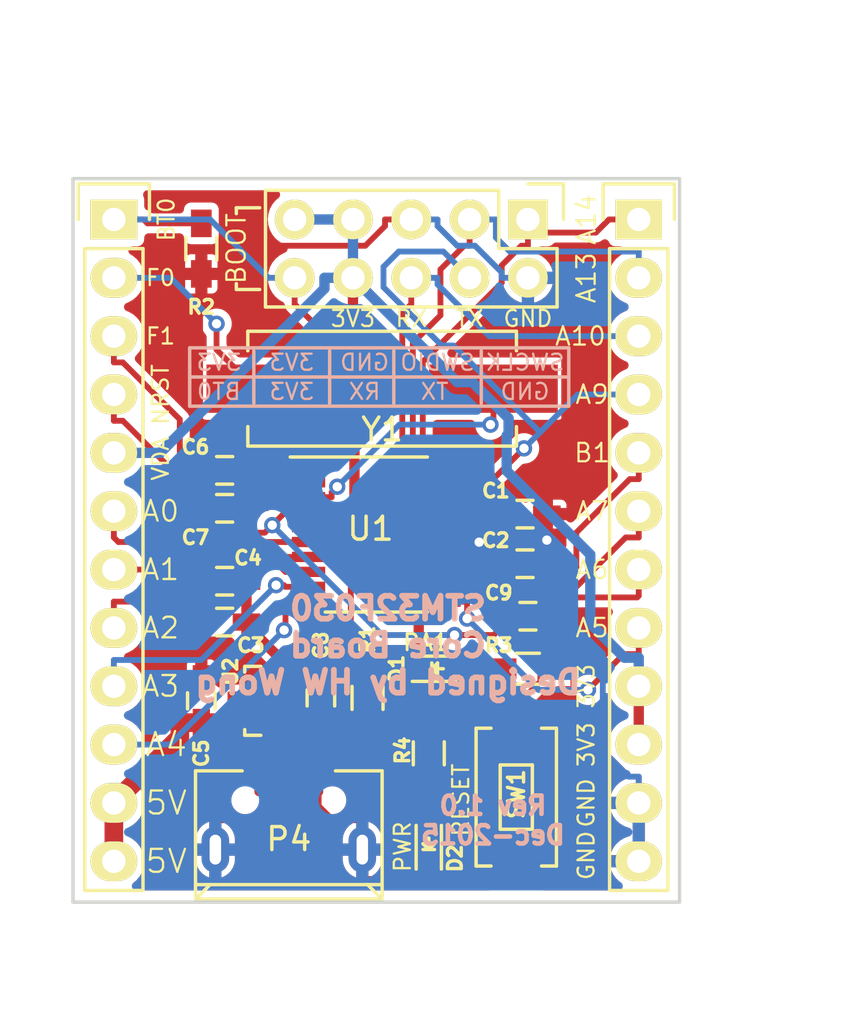
<source format=kicad_pcb>
(kicad_pcb (version 4) (host pcbnew 4.0.1-2.201512121406+6195~38~ubuntu15.10.1-stable)

  (general
    (links 73)
    (no_connects 0)
    (area 106.096999 112.446999 132.663001 144.093001)
    (thickness 1.6)
    (drawings 65)
    (tracks 347)
    (zones 0)
    (modules 23)
    (nets 23)
  )

  (page A4)
  (layers
    (0 F.Cu signal)
    (31 B.Cu signal)
    (32 B.Adhes user)
    (33 F.Adhes user)
    (34 B.Paste user)
    (35 F.Paste user)
    (36 B.SilkS user)
    (37 F.SilkS user)
    (38 B.Mask user)
    (39 F.Mask user)
    (40 Dwgs.User user)
    (41 Cmts.User user)
    (42 Eco1.User user)
    (43 Eco2.User user)
    (44 Edge.Cuts user)
    (45 Margin user)
    (46 B.CrtYd user)
    (47 F.CrtYd user)
    (48 B.Fab user)
    (49 F.Fab user)
  )

  (setup
    (last_trace_width 0.254)
    (trace_clearance 0.1524)
    (zone_clearance 0.3048)
    (zone_45_only no)
    (trace_min 0.1524)
    (segment_width 0.15)
    (edge_width 0.15)
    (via_size 0.7112)
    (via_drill 0.4064)
    (via_min_size 0.6096)
    (via_min_drill 0.3048)
    (uvia_size 0.3)
    (uvia_drill 0.1)
    (uvias_allowed no)
    (uvia_min_size 0)
    (uvia_min_drill 0)
    (pcb_text_width 0.3)
    (pcb_text_size 1.5 1.5)
    (mod_edge_width 0.15)
    (mod_text_size 1 1)
    (mod_text_width 0.15)
    (pad_size 1.524 1.524)
    (pad_drill 0.762)
    (pad_to_mask_clearance 0.2)
    (aux_axis_origin 106.172 144.018)
    (grid_origin 108.204 142.24)
    (visible_elements FFFEFF7F)
    (pcbplotparams
      (layerselection 0x010f0_80000001)
      (usegerberextensions true)
      (excludeedgelayer true)
      (linewidth 0.100000)
      (plotframeref false)
      (viasonmask false)
      (mode 1)
      (useauxorigin true)
      (hpglpennumber 1)
      (hpglpenspeed 20)
      (hpglpendiameter 15)
      (hpglpenoverlay 2)
      (psnegative false)
      (psa4output false)
      (plotreference true)
      (plotvalue false)
      (plotinvisibletext false)
      (padsonsilk false)
      (subtractmaskfromsilk false)
      (outputformat 1)
      (mirror false)
      (drillshape 0)
      (scaleselection 1)
      (outputdirectory gerber/))
  )

  (net 0 "")
  (net 1 VDDA)
  (net 2 GND)
  (net 3 +5V)
  (net 4 OSC_IN)
  (net 5 OSC_OUT)
  (net 6 NRST)
  (net 7 "Net-(D1-Pad1)")
  (net 8 "Net-(D2-Pad1)")
  (net 9 BOOT0)
  (net 10 PA0)
  (net 11 PA1)
  (net 12 PA2)
  (net 13 PA3)
  (net 14 PA4)
  (net 15 SWCLK)
  (net 16 SWDIO)
  (net 17 RX)
  (net 18 TX)
  (net 19 PB1)
  (net 20 PA7)
  (net 21 PA6)
  (net 22 PA5)

  (net_class Default "This is the default net class."
    (clearance 0.1524)
    (trace_width 0.254)
    (via_dia 0.7112)
    (via_drill 0.4064)
    (uvia_dia 0.3)
    (uvia_drill 0.1)
    (add_net BOOT0)
    (add_net GND)
    (add_net NRST)
    (add_net "Net-(D1-Pad1)")
    (add_net "Net-(D2-Pad1)")
    (add_net OSC_IN)
    (add_net OSC_OUT)
    (add_net PA0)
    (add_net PA1)
    (add_net PA2)
    (add_net PA3)
    (add_net PA4)
    (add_net PA5)
    (add_net PA6)
    (add_net PA7)
    (add_net PB1)
    (add_net RX)
    (add_net SWCLK)
    (add_net SWDIO)
    (add_net TX)
  )

  (net_class +5v ""
    (clearance 0.1524)
    (trace_width 0.8128)
    (via_dia 0.8128)
    (via_drill 0.508)
    (uvia_dia 0.3)
    (uvia_drill 0.1)
    (add_net +5V)
  )

  (net_class VCC ""
    (clearance 0.1524)
    (trace_width 0.45)
    (via_dia 0.8128)
    (via_drill 0.508)
    (uvia_dia 0.3)
    (uvia_drill 0.1)
    (add_net VDDA)
  )

  (module Capacitors_SMD:C_0603_HandSoldering (layer F.Cu) (tedit 56698431) (tstamp 5666482C)
    (at 125.857 127.127)
    (descr "Capacitor SMD 0603, hand soldering")
    (tags "capacitor 0603")
    (path /5665DB2C)
    (attr smd)
    (fp_text reference C1 (at -1.27 -1.016 180) (layer F.SilkS)
      (effects (font (size 0.6 0.6) (thickness 0.15)))
    )
    (fp_text value 100nF (at 0 1.9) (layer F.Fab)
      (effects (font (size 1 1) (thickness 0.15)))
    )
    (fp_line (start -1.85 -0.75) (end 1.85 -0.75) (layer F.CrtYd) (width 0.05))
    (fp_line (start -1.85 0.75) (end 1.85 0.75) (layer F.CrtYd) (width 0.05))
    (fp_line (start -1.85 -0.75) (end -1.85 0.75) (layer F.CrtYd) (width 0.05))
    (fp_line (start 1.85 -0.75) (end 1.85 0.75) (layer F.CrtYd) (width 0.05))
    (fp_line (start -0.35 -0.6) (end 0.35 -0.6) (layer F.SilkS) (width 0.15))
    (fp_line (start 0.35 0.6) (end -0.35 0.6) (layer F.SilkS) (width 0.15))
    (pad 1 smd rect (at -0.95 0) (size 1.2 0.75) (layers F.Cu F.Paste F.Mask)
      (net 1 VDDA))
    (pad 2 smd rect (at 0.95 0) (size 1.2 0.75) (layers F.Cu F.Paste F.Mask)
      (net 2 GND))
    (model Capacitors_SMD.3dshapes/C_0603_HandSoldering.wrl
      (at (xyz 0 0 0))
      (scale (xyz 1 1 1))
      (rotate (xyz 0 0 0))
    )
  )

  (module Capacitors_SMD:C_0603_HandSoldering (layer F.Cu) (tedit 56698422) (tstamp 56664832)
    (at 125.857 129.286)
    (descr "Capacitor SMD 0603, hand soldering")
    (tags "capacitor 0603")
    (path /5665D9CC)
    (attr smd)
    (fp_text reference C2 (at -1.27 -1.016 180) (layer F.SilkS)
      (effects (font (size 0.6 0.6) (thickness 0.15)))
    )
    (fp_text value 100nF (at 0 1.9) (layer F.Fab)
      (effects (font (size 1 1) (thickness 0.15)))
    )
    (fp_line (start -1.85 -0.75) (end 1.85 -0.75) (layer F.CrtYd) (width 0.05))
    (fp_line (start -1.85 0.75) (end 1.85 0.75) (layer F.CrtYd) (width 0.05))
    (fp_line (start -1.85 -0.75) (end -1.85 0.75) (layer F.CrtYd) (width 0.05))
    (fp_line (start 1.85 -0.75) (end 1.85 0.75) (layer F.CrtYd) (width 0.05))
    (fp_line (start -0.35 -0.6) (end 0.35 -0.6) (layer F.SilkS) (width 0.15))
    (fp_line (start 0.35 0.6) (end -0.35 0.6) (layer F.SilkS) (width 0.15))
    (pad 1 smd rect (at -0.95 0) (size 1.2 0.75) (layers F.Cu F.Paste F.Mask)
      (net 1 VDDA))
    (pad 2 smd rect (at 0.95 0) (size 1.2 0.75) (layers F.Cu F.Paste F.Mask)
      (net 2 GND))
    (model Capacitors_SMD.3dshapes/C_0603_HandSoldering.wrl
      (at (xyz 0 0 0))
      (scale (xyz 1 1 1))
      (rotate (xyz 0 0 0))
    )
  )

  (module Capacitors_SMD:C_0603_HandSoldering (layer F.Cu) (tedit 56698A32) (tstamp 56664838)
    (at 112.776 131.826 180)
    (descr "Capacitor SMD 0603, hand soldering")
    (tags "capacitor 0603")
    (path /5665A159)
    (attr smd)
    (fp_text reference C3 (at -1.143 -1.016 360) (layer F.SilkS)
      (effects (font (size 0.6 0.6) (thickness 0.15)))
    )
    (fp_text value 10nF (at 0 1.9 180) (layer F.Fab)
      (effects (font (size 1 1) (thickness 0.15)))
    )
    (fp_line (start -1.85 -0.75) (end 1.85 -0.75) (layer F.CrtYd) (width 0.05))
    (fp_line (start -1.85 0.75) (end 1.85 0.75) (layer F.CrtYd) (width 0.05))
    (fp_line (start -1.85 -0.75) (end -1.85 0.75) (layer F.CrtYd) (width 0.05))
    (fp_line (start 1.85 -0.75) (end 1.85 0.75) (layer F.CrtYd) (width 0.05))
    (fp_line (start -0.35 -0.6) (end 0.35 -0.6) (layer F.SilkS) (width 0.15))
    (fp_line (start 0.35 0.6) (end -0.35 0.6) (layer F.SilkS) (width 0.15))
    (pad 1 smd rect (at -0.95 0 180) (size 1.2 0.75) (layers F.Cu F.Paste F.Mask)
      (net 1 VDDA))
    (pad 2 smd rect (at 0.95 0 180) (size 1.2 0.75) (layers F.Cu F.Paste F.Mask)
      (net 2 GND))
    (model Capacitors_SMD.3dshapes/C_0603_HandSoldering.wrl
      (at (xyz 0 0 0))
      (scale (xyz 1 1 1))
      (rotate (xyz 0 0 0))
    )
  )

  (module Capacitors_SMD:C_0603_HandSoldering (layer F.Cu) (tedit 56679A61) (tstamp 5666483E)
    (at 112.776 130.048 180)
    (descr "Capacitor SMD 0603, hand soldering")
    (tags "capacitor 0603")
    (path /56659F88)
    (attr smd)
    (fp_text reference C4 (at -1.016 1.016 180) (layer F.SilkS)
      (effects (font (size 0.6 0.6) (thickness 0.15)))
    )
    (fp_text value 1uF (at 0 1.9 180) (layer F.Fab)
      (effects (font (size 1 1) (thickness 0.15)))
    )
    (fp_line (start -1.85 -0.75) (end 1.85 -0.75) (layer F.CrtYd) (width 0.05))
    (fp_line (start -1.85 0.75) (end 1.85 0.75) (layer F.CrtYd) (width 0.05))
    (fp_line (start -1.85 -0.75) (end -1.85 0.75) (layer F.CrtYd) (width 0.05))
    (fp_line (start 1.85 -0.75) (end 1.85 0.75) (layer F.CrtYd) (width 0.05))
    (fp_line (start -0.35 -0.6) (end 0.35 -0.6) (layer F.SilkS) (width 0.15))
    (fp_line (start 0.35 0.6) (end -0.35 0.6) (layer F.SilkS) (width 0.15))
    (pad 1 smd rect (at -0.95 0 180) (size 1.2 0.75) (layers F.Cu F.Paste F.Mask)
      (net 1 VDDA))
    (pad 2 smd rect (at 0.95 0 180) (size 1.2 0.75) (layers F.Cu F.Paste F.Mask)
      (net 2 GND))
    (model Capacitors_SMD.3dshapes/C_0603_HandSoldering.wrl
      (at (xyz 0 0 0))
      (scale (xyz 1 1 1))
      (rotate (xyz 0 0 0))
    )
  )

  (module Capacitors_SMD:C_0603_HandSoldering (layer F.Cu) (tedit 56698A65) (tstamp 56664844)
    (at 111.76 135.255 90)
    (descr "Capacitor SMD 0603, hand soldering")
    (tags "capacitor 0603")
    (path /5665AC27)
    (attr smd)
    (fp_text reference C5 (at -2.286 0 90) (layer F.SilkS)
      (effects (font (size 0.6 0.6) (thickness 0.15)))
    )
    (fp_text value 0.1uF (at 0 1.9 90) (layer F.Fab)
      (effects (font (size 1 1) (thickness 0.15)))
    )
    (fp_line (start -1.85 -0.75) (end 1.85 -0.75) (layer F.CrtYd) (width 0.05))
    (fp_line (start -1.85 0.75) (end 1.85 0.75) (layer F.CrtYd) (width 0.05))
    (fp_line (start -1.85 -0.75) (end -1.85 0.75) (layer F.CrtYd) (width 0.05))
    (fp_line (start 1.85 -0.75) (end 1.85 0.75) (layer F.CrtYd) (width 0.05))
    (fp_line (start -0.35 -0.6) (end 0.35 -0.6) (layer F.SilkS) (width 0.15))
    (fp_line (start 0.35 0.6) (end -0.35 0.6) (layer F.SilkS) (width 0.15))
    (pad 1 smd rect (at -0.95 0 90) (size 1.2 0.75) (layers F.Cu F.Paste F.Mask)
      (net 3 +5V))
    (pad 2 smd rect (at 0.95 0 90) (size 1.2 0.75) (layers F.Cu F.Paste F.Mask)
      (net 2 GND))
    (model Capacitors_SMD.3dshapes/C_0603_HandSoldering.wrl
      (at (xyz 0 0 0))
      (scale (xyz 1 1 1))
      (rotate (xyz 0 0 0))
    )
  )

  (module Capacitors_SMD:C_0603_HandSoldering (layer F.Cu) (tedit 56698A45) (tstamp 5666484A)
    (at 112.776 125.222 180)
    (descr "Capacitor SMD 0603, hand soldering")
    (tags "capacitor 0603")
    (path /5665E3B1)
    (attr smd)
    (fp_text reference C6 (at 1.27 1.016 180) (layer F.SilkS)
      (effects (font (size 0.6 0.6) (thickness 0.15)))
    )
    (fp_text value 20pF (at 0 1.9 180) (layer F.Fab)
      (effects (font (size 1 1) (thickness 0.15)))
    )
    (fp_line (start -1.85 -0.75) (end 1.85 -0.75) (layer F.CrtYd) (width 0.05))
    (fp_line (start -1.85 0.75) (end 1.85 0.75) (layer F.CrtYd) (width 0.05))
    (fp_line (start -1.85 -0.75) (end -1.85 0.75) (layer F.CrtYd) (width 0.05))
    (fp_line (start 1.85 -0.75) (end 1.85 0.75) (layer F.CrtYd) (width 0.05))
    (fp_line (start -0.35 -0.6) (end 0.35 -0.6) (layer F.SilkS) (width 0.15))
    (fp_line (start 0.35 0.6) (end -0.35 0.6) (layer F.SilkS) (width 0.15))
    (pad 1 smd rect (at -0.95 0 180) (size 1.2 0.75) (layers F.Cu F.Paste F.Mask)
      (net 4 OSC_IN))
    (pad 2 smd rect (at 0.95 0 180) (size 1.2 0.75) (layers F.Cu F.Paste F.Mask)
      (net 2 GND))
    (model Capacitors_SMD.3dshapes/C_0603_HandSoldering.wrl
      (at (xyz 0 0 0))
      (scale (xyz 1 1 1))
      (rotate (xyz 0 0 0))
    )
  )

  (module Capacitors_SMD:C_0603_HandSoldering (layer F.Cu) (tedit 566798CF) (tstamp 56664850)
    (at 112.776 126.873 180)
    (descr "Capacitor SMD 0603, hand soldering")
    (tags "capacitor 0603")
    (path /5665E400)
    (attr smd)
    (fp_text reference C7 (at 1.27 -1.27 360) (layer F.SilkS)
      (effects (font (size 0.6 0.6) (thickness 0.15)))
    )
    (fp_text value 20pF (at 0 1.9 180) (layer F.Fab)
      (effects (font (size 1 1) (thickness 0.15)))
    )
    (fp_line (start -1.85 -0.75) (end 1.85 -0.75) (layer F.CrtYd) (width 0.05))
    (fp_line (start -1.85 0.75) (end 1.85 0.75) (layer F.CrtYd) (width 0.05))
    (fp_line (start -1.85 -0.75) (end -1.85 0.75) (layer F.CrtYd) (width 0.05))
    (fp_line (start 1.85 -0.75) (end 1.85 0.75) (layer F.CrtYd) (width 0.05))
    (fp_line (start -0.35 -0.6) (end 0.35 -0.6) (layer F.SilkS) (width 0.15))
    (fp_line (start 0.35 0.6) (end -0.35 0.6) (layer F.SilkS) (width 0.15))
    (pad 1 smd rect (at -0.95 0 180) (size 1.2 0.75) (layers F.Cu F.Paste F.Mask)
      (net 5 OSC_OUT))
    (pad 2 smd rect (at 0.95 0 180) (size 1.2 0.75) (layers F.Cu F.Paste F.Mask)
      (net 2 GND))
    (model Capacitors_SMD.3dshapes/C_0603_HandSoldering.wrl
      (at (xyz 0 0 0))
      (scale (xyz 1 1 1))
      (rotate (xyz 0 0 0))
    )
  )

  (module Capacitors_SMD:C_0603_HandSoldering (layer F.Cu) (tedit 5667B7D8) (tstamp 56664856)
    (at 116.967 135.128 270)
    (descr "Capacitor SMD 0603, hand soldering")
    (tags "capacitor 0603")
    (path /5665AC6F)
    (attr smd)
    (fp_text reference C8 (at -2.286 0 450) (layer F.SilkS)
      (effects (font (size 0.6 0.6) (thickness 0.15)))
    )
    (fp_text value 4.7uF (at 0 1.9 270) (layer F.Fab)
      (effects (font (size 1 1) (thickness 0.15)))
    )
    (fp_line (start -1.85 -0.75) (end 1.85 -0.75) (layer F.CrtYd) (width 0.05))
    (fp_line (start -1.85 0.75) (end 1.85 0.75) (layer F.CrtYd) (width 0.05))
    (fp_line (start -1.85 -0.75) (end -1.85 0.75) (layer F.CrtYd) (width 0.05))
    (fp_line (start 1.85 -0.75) (end 1.85 0.75) (layer F.CrtYd) (width 0.05))
    (fp_line (start -0.35 -0.6) (end 0.35 -0.6) (layer F.SilkS) (width 0.15))
    (fp_line (start 0.35 0.6) (end -0.35 0.6) (layer F.SilkS) (width 0.15))
    (pad 1 smd rect (at -0.95 0 270) (size 1.2 0.75) (layers F.Cu F.Paste F.Mask)
      (net 1 VDDA))
    (pad 2 smd rect (at 0.95 0 270) (size 1.2 0.75) (layers F.Cu F.Paste F.Mask)
      (net 2 GND))
    (model Capacitors_SMD.3dshapes/C_0603_HandSoldering.wrl
      (at (xyz 0 0 0))
      (scale (xyz 1 1 1))
      (rotate (xyz 0 0 0))
    )
  )

  (module Capacitors_SMD:C_0603_HandSoldering (layer F.Cu) (tedit 5669843B) (tstamp 5666485C)
    (at 125.984 131.572)
    (descr "Capacitor SMD 0603, hand soldering")
    (tags "capacitor 0603")
    (path /56662420)
    (attr smd)
    (fp_text reference C9 (at -1.27 -1.016) (layer F.SilkS)
      (effects (font (size 0.6 0.6) (thickness 0.15)))
    )
    (fp_text value 0.1uF (at 0 1.9) (layer F.Fab)
      (effects (font (size 1 1) (thickness 0.15)))
    )
    (fp_line (start -1.85 -0.75) (end 1.85 -0.75) (layer F.CrtYd) (width 0.05))
    (fp_line (start -1.85 0.75) (end 1.85 0.75) (layer F.CrtYd) (width 0.05))
    (fp_line (start -1.85 -0.75) (end -1.85 0.75) (layer F.CrtYd) (width 0.05))
    (fp_line (start 1.85 -0.75) (end 1.85 0.75) (layer F.CrtYd) (width 0.05))
    (fp_line (start -0.35 -0.6) (end 0.35 -0.6) (layer F.SilkS) (width 0.15))
    (fp_line (start 0.35 0.6) (end -0.35 0.6) (layer F.SilkS) (width 0.15))
    (pad 1 smd rect (at -0.95 0) (size 1.2 0.75) (layers F.Cu F.Paste F.Mask)
      (net 6 NRST))
    (pad 2 smd rect (at 0.95 0) (size 1.2 0.75) (layers F.Cu F.Paste F.Mask)
      (net 2 GND))
    (model Capacitors_SMD.3dshapes/C_0603_HandSoldering.wrl
      (at (xyz 0 0 0))
      (scale (xyz 1 1 1))
      (rotate (xyz 0 0 0))
    )
  )

  (module LEDs:LED-0603 (layer F.Cu) (tedit 56698AB3) (tstamp 56664862)
    (at 122.047 133.858)
    (descr "LED 0603 smd package")
    (tags "LED led 0603 SMD smd SMT smt smdled SMDLED smtled SMTLED")
    (path /5666FD51)
    (attr smd)
    (fp_text reference D1 (at -1.778 0 270) (layer F.SilkS)
      (effects (font (size 0.6 0.6) (thickness 0.15)))
    )
    (fp_text value BLUE (at 0 1.5) (layer F.Fab)
      (effects (font (size 1 1) (thickness 0.15)))
    )
    (fp_line (start -1.1 0.55) (end 0.8 0.55) (layer F.SilkS) (width 0.15))
    (fp_line (start -1.1 -0.55) (end 0.8 -0.55) (layer F.SilkS) (width 0.15))
    (fp_line (start -0.2 0) (end 0.25 0) (layer F.SilkS) (width 0.15))
    (fp_line (start -0.25 -0.25) (end -0.25 0.25) (layer F.SilkS) (width 0.15))
    (fp_line (start -0.25 0) (end 0 -0.25) (layer F.SilkS) (width 0.15))
    (fp_line (start 0 -0.25) (end 0 0.25) (layer F.SilkS) (width 0.15))
    (fp_line (start 0 0.25) (end -0.25 0) (layer F.SilkS) (width 0.15))
    (fp_line (start 1.4 -0.75) (end 1.4 0.75) (layer F.CrtYd) (width 0.05))
    (fp_line (start 1.4 0.75) (end -1.4 0.75) (layer F.CrtYd) (width 0.05))
    (fp_line (start -1.4 0.75) (end -1.4 -0.75) (layer F.CrtYd) (width 0.05))
    (fp_line (start -1.4 -0.75) (end 1.4 -0.75) (layer F.CrtYd) (width 0.05))
    (pad 2 smd rect (at 0.7493 0 180) (size 0.79756 0.79756) (layers F.Cu F.Paste F.Mask)
      (net 1 VDDA))
    (pad 1 smd rect (at -0.7493 0 180) (size 0.79756 0.79756) (layers F.Cu F.Paste F.Mask)
      (net 7 "Net-(D1-Pad1)"))
    (model LEDs.3dshapes/LED-0805.wrl
      (at (xyz 0 0 0))
      (scale (xyz 0.6 0.6 0.6))
      (rotate (xyz 0 0 0))
    )
  )

  (module LEDs:LED-0603 (layer F.Cu) (tedit 56698BD0) (tstamp 56664868)
    (at 121.666 141.478 90)
    (descr "LED 0603 smd package")
    (tags "LED led 0603 SMD smd SMT smt smdled SMDLED smtled SMTLED")
    (path /5665B785)
    (attr smd)
    (fp_text reference D2 (at -0.635 1.143 90) (layer F.SilkS)
      (effects (font (size 0.6 0.6) (thickness 0.15)))
    )
    (fp_text value RED (at 0 1.5 90) (layer F.Fab)
      (effects (font (size 1 1) (thickness 0.15)))
    )
    (fp_line (start -1.1 0.55) (end 0.8 0.55) (layer F.SilkS) (width 0.15))
    (fp_line (start -1.1 -0.55) (end 0.8 -0.55) (layer F.SilkS) (width 0.15))
    (fp_line (start -0.2 0) (end 0.25 0) (layer F.SilkS) (width 0.15))
    (fp_line (start -0.25 -0.25) (end -0.25 0.25) (layer F.SilkS) (width 0.15))
    (fp_line (start -0.25 0) (end 0 -0.25) (layer F.SilkS) (width 0.15))
    (fp_line (start 0 -0.25) (end 0 0.25) (layer F.SilkS) (width 0.15))
    (fp_line (start 0 0.25) (end -0.25 0) (layer F.SilkS) (width 0.15))
    (fp_line (start 1.4 -0.75) (end 1.4 0.75) (layer F.CrtYd) (width 0.05))
    (fp_line (start 1.4 0.75) (end -1.4 0.75) (layer F.CrtYd) (width 0.05))
    (fp_line (start -1.4 0.75) (end -1.4 -0.75) (layer F.CrtYd) (width 0.05))
    (fp_line (start -1.4 -0.75) (end 1.4 -0.75) (layer F.CrtYd) (width 0.05))
    (pad 2 smd rect (at 0.7493 0 270) (size 0.79756 0.79756) (layers F.Cu F.Paste F.Mask)
      (net 1 VDDA))
    (pad 1 smd rect (at -0.7493 0 270) (size 0.79756 0.79756) (layers F.Cu F.Paste F.Mask)
      (net 8 "Net-(D2-Pad1)"))
    (model LEDs.3dshapes/LED-0805.wrl
      (at (xyz 0 0 0))
      (scale (xyz 0.6 0.6 0.6))
      (rotate (xyz 0 0 0))
    )
  )

  (module Pin_Headers:Pin_Header_Straight_1x12 (layer F.Cu) (tedit 56667C12) (tstamp 56664878)
    (at 107.95 114.3)
    (descr "Through hole pin header")
    (tags "pin header")
    (path /5667B421)
    (fp_text reference P1 (at 3.048 -1.27) (layer F.SilkS) hide
      (effects (font (size 1 1) (thickness 0.15)))
    )
    (fp_text value CONN_01X12 (at 0 -3.1) (layer F.Fab)
      (effects (font (size 1 1) (thickness 0.15)))
    )
    (fp_line (start -1.75 -1.75) (end -1.75 29.7) (layer F.CrtYd) (width 0.05))
    (fp_line (start 1.75 -1.75) (end 1.75 29.7) (layer F.CrtYd) (width 0.05))
    (fp_line (start -1.75 -1.75) (end 1.75 -1.75) (layer F.CrtYd) (width 0.05))
    (fp_line (start -1.75 29.7) (end 1.75 29.7) (layer F.CrtYd) (width 0.05))
    (fp_line (start 1.27 1.27) (end 1.27 29.21) (layer F.SilkS) (width 0.15))
    (fp_line (start 1.27 29.21) (end -1.27 29.21) (layer F.SilkS) (width 0.15))
    (fp_line (start -1.27 29.21) (end -1.27 1.27) (layer F.SilkS) (width 0.15))
    (fp_line (start 1.55 -1.55) (end 1.55 0) (layer F.SilkS) (width 0.15))
    (fp_line (start 1.27 1.27) (end -1.27 1.27) (layer F.SilkS) (width 0.15))
    (fp_line (start -1.55 0) (end -1.55 -1.55) (layer F.SilkS) (width 0.15))
    (fp_line (start -1.55 -1.55) (end 1.55 -1.55) (layer F.SilkS) (width 0.15))
    (pad 1 thru_hole rect (at 0 0) (size 2.032 1.7272) (drill 1.016) (layers *.Cu *.Mask F.SilkS)
      (net 9 BOOT0))
    (pad 2 thru_hole oval (at 0 2.54) (size 2.032 1.7272) (drill 1.016) (layers *.Cu *.Mask F.SilkS)
      (net 4 OSC_IN))
    (pad 3 thru_hole oval (at 0 5.08) (size 2.032 1.7272) (drill 1.016) (layers *.Cu *.Mask F.SilkS)
      (net 5 OSC_OUT))
    (pad 4 thru_hole oval (at 0 7.62) (size 2.032 1.7272) (drill 1.016) (layers *.Cu *.Mask F.SilkS)
      (net 6 NRST))
    (pad 5 thru_hole oval (at 0 10.16) (size 2.032 1.7272) (drill 1.016) (layers *.Cu *.Mask F.SilkS)
      (net 1 VDDA))
    (pad 6 thru_hole oval (at 0 12.7) (size 2.032 1.7272) (drill 1.016) (layers *.Cu *.Mask F.SilkS)
      (net 10 PA0))
    (pad 7 thru_hole oval (at 0 15.24) (size 2.032 1.7272) (drill 1.016) (layers *.Cu *.Mask F.SilkS)
      (net 11 PA1))
    (pad 8 thru_hole oval (at 0 17.78) (size 2.032 1.7272) (drill 1.016) (layers *.Cu *.Mask F.SilkS)
      (net 12 PA2))
    (pad 9 thru_hole oval (at 0 20.32) (size 2.032 1.7272) (drill 1.016) (layers *.Cu *.Mask F.SilkS)
      (net 13 PA3))
    (pad 10 thru_hole oval (at 0 22.86) (size 2.032 1.7272) (drill 1.016) (layers *.Cu *.Mask F.SilkS)
      (net 14 PA4))
    (pad 11 thru_hole oval (at 0 25.4) (size 2.032 1.7272) (drill 1.016) (layers *.Cu *.Mask F.SilkS)
      (net 3 +5V))
    (pad 12 thru_hole oval (at 0 27.94) (size 2.032 1.7272) (drill 1.016) (layers *.Cu *.Mask F.SilkS)
      (net 3 +5V))
    (model Pin_Headers.3dshapes/Pin_Header_Straight_1x12.wrl
      (at (xyz 0 -0.55 -0.07000000000000001))
      (scale (xyz 1 1 1))
      (rotate (xyz 0 180 90))
    )
  )

  (module Pin_Headers:Pin_Header_Straight_1x12 (layer F.Cu) (tedit 56667C09) (tstamp 56664888)
    (at 130.81 114.3)
    (descr "Through hole pin header")
    (tags "pin header")
    (path /5667B71B)
    (fp_text reference P2 (at -2.286 -1.016 90) (layer F.SilkS) hide
      (effects (font (size 1 1) (thickness 0.15)))
    )
    (fp_text value CONN_01X12 (at 0 -3.1) (layer F.Fab)
      (effects (font (size 1 1) (thickness 0.15)))
    )
    (fp_line (start -1.75 -1.75) (end -1.75 29.7) (layer F.CrtYd) (width 0.05))
    (fp_line (start 1.75 -1.75) (end 1.75 29.7) (layer F.CrtYd) (width 0.05))
    (fp_line (start -1.75 -1.75) (end 1.75 -1.75) (layer F.CrtYd) (width 0.05))
    (fp_line (start -1.75 29.7) (end 1.75 29.7) (layer F.CrtYd) (width 0.05))
    (fp_line (start 1.27 1.27) (end 1.27 29.21) (layer F.SilkS) (width 0.15))
    (fp_line (start 1.27 29.21) (end -1.27 29.21) (layer F.SilkS) (width 0.15))
    (fp_line (start -1.27 29.21) (end -1.27 1.27) (layer F.SilkS) (width 0.15))
    (fp_line (start 1.55 -1.55) (end 1.55 0) (layer F.SilkS) (width 0.15))
    (fp_line (start 1.27 1.27) (end -1.27 1.27) (layer F.SilkS) (width 0.15))
    (fp_line (start -1.55 0) (end -1.55 -1.55) (layer F.SilkS) (width 0.15))
    (fp_line (start -1.55 -1.55) (end 1.55 -1.55) (layer F.SilkS) (width 0.15))
    (pad 1 thru_hole rect (at 0 0) (size 2.032 1.7272) (drill 1.016) (layers *.Cu *.Mask F.SilkS)
      (net 15 SWCLK))
    (pad 2 thru_hole oval (at 0 2.54) (size 2.032 1.7272) (drill 1.016) (layers *.Cu *.Mask F.SilkS)
      (net 16 SWDIO))
    (pad 3 thru_hole oval (at 0 5.08) (size 2.032 1.7272) (drill 1.016) (layers *.Cu *.Mask F.SilkS)
      (net 17 RX))
    (pad 4 thru_hole oval (at 0 7.62) (size 2.032 1.7272) (drill 1.016) (layers *.Cu *.Mask F.SilkS)
      (net 18 TX))
    (pad 5 thru_hole oval (at 0 10.16) (size 2.032 1.7272) (drill 1.016) (layers *.Cu *.Mask F.SilkS)
      (net 19 PB1))
    (pad 6 thru_hole oval (at 0 12.7) (size 2.032 1.7272) (drill 1.016) (layers *.Cu *.Mask F.SilkS)
      (net 20 PA7))
    (pad 7 thru_hole oval (at 0 15.24) (size 2.032 1.7272) (drill 1.016) (layers *.Cu *.Mask F.SilkS)
      (net 21 PA6))
    (pad 8 thru_hole oval (at 0 17.78) (size 2.032 1.7272) (drill 1.016) (layers *.Cu *.Mask F.SilkS)
      (net 22 PA5))
    (pad 9 thru_hole oval (at 0 20.32) (size 2.032 1.7272) (drill 1.016) (layers *.Cu *.Mask F.SilkS)
      (net 1 VDDA))
    (pad 10 thru_hole oval (at 0 22.86) (size 2.032 1.7272) (drill 1.016) (layers *.Cu *.Mask F.SilkS)
      (net 1 VDDA))
    (pad 11 thru_hole oval (at 0 25.4) (size 2.032 1.7272) (drill 1.016) (layers *.Cu *.Mask F.SilkS)
      (net 2 GND))
    (pad 12 thru_hole oval (at 0 27.94) (size 2.032 1.7272) (drill 1.016) (layers *.Cu *.Mask F.SilkS)
      (net 2 GND))
    (model Pin_Headers.3dshapes/Pin_Header_Straight_1x12.wrl
      (at (xyz 0 -0.55 -0.07000000000000001))
      (scale (xyz 1 1 1))
      (rotate (xyz 0 180 90))
    )
  )

  (module Pin_Headers:Pin_Header_Straight_2x05 (layer F.Cu) (tedit 5667B687) (tstamp 56664896)
    (at 125.984 114.3 270)
    (descr "Through hole pin header")
    (tags "pin header")
    (path /56675EB1)
    (fp_text reference P3 (at -2.032 10.16 360) (layer F.SilkS) hide
      (effects (font (size 1 1) (thickness 0.15)))
    )
    (fp_text value CONN_02X05 (at 0 -3.1 270) (layer F.Fab)
      (effects (font (size 1 1) (thickness 0.15)))
    )
    (fp_line (start -1.75 -1.75) (end -1.75 11.95) (layer F.CrtYd) (width 0.05))
    (fp_line (start 4.3 -1.75) (end 4.3 11.95) (layer F.CrtYd) (width 0.05))
    (fp_line (start -1.75 -1.75) (end 4.3 -1.75) (layer F.CrtYd) (width 0.05))
    (fp_line (start -1.75 11.95) (end 4.3 11.95) (layer F.CrtYd) (width 0.05))
    (fp_line (start 3.81 -1.27) (end 3.81 11.43) (layer F.SilkS) (width 0.15))
    (fp_line (start 3.81 11.43) (end -1.27 11.43) (layer F.SilkS) (width 0.15))
    (fp_line (start -1.27 11.43) (end -1.27 1.27) (layer F.SilkS) (width 0.15))
    (fp_line (start 3.81 -1.27) (end 1.27 -1.27) (layer F.SilkS) (width 0.15))
    (fp_line (start 0 -1.55) (end -1.55 -1.55) (layer F.SilkS) (width 0.15))
    (fp_line (start 1.27 -1.27) (end 1.27 1.27) (layer F.SilkS) (width 0.15))
    (fp_line (start 1.27 1.27) (end -1.27 1.27) (layer F.SilkS) (width 0.15))
    (fp_line (start -1.55 -1.55) (end -1.55 0) (layer F.SilkS) (width 0.15))
    (pad 1 thru_hole rect (at 0 0 270) (size 1.7272 1.7272) (drill 1.016) (layers *.Cu *.Mask F.SilkS)
      (net 15 SWCLK))
    (pad 2 thru_hole oval (at 2.54 0 270) (size 1.7272 1.7272) (drill 1.016) (layers *.Cu *.Mask F.SilkS)
      (net 2 GND))
    (pad 3 thru_hole oval (at 0 2.54 270) (size 1.7272 1.7272) (drill 1.016) (layers *.Cu *.Mask F.SilkS)
      (net 16 SWDIO))
    (pad 4 thru_hole oval (at 2.54 2.54 270) (size 1.7272 1.7272) (drill 1.016) (layers *.Cu *.Mask F.SilkS)
      (net 18 TX))
    (pad 5 thru_hole oval (at 0 5.08 270) (size 1.7272 1.7272) (drill 1.016) (layers *.Cu *.Mask F.SilkS)
      (net 2 GND))
    (pad 6 thru_hole oval (at 2.54 5.08 270) (size 1.7272 1.7272) (drill 1.016) (layers *.Cu *.Mask F.SilkS)
      (net 17 RX))
    (pad 7 thru_hole oval (at 0 7.62 270) (size 1.7272 1.7272) (drill 1.016) (layers *.Cu *.Mask F.SilkS)
      (net 1 VDDA))
    (pad 8 thru_hole oval (at 2.54 7.62 270) (size 1.7272 1.7272) (drill 1.016) (layers *.Cu *.Mask F.SilkS)
      (net 1 VDDA))
    (pad 9 thru_hole oval (at 0 10.16 270) (size 1.7272 1.7272) (drill 1.016) (layers *.Cu *.Mask F.SilkS)
      (net 1 VDDA))
    (pad 10 thru_hole oval (at 2.54 10.16 270) (size 1.7272 1.7272) (drill 1.016) (layers *.Cu *.Mask F.SilkS)
      (net 9 BOOT0))
    (model Pin_Headers.3dshapes/Pin_Header_Straight_2x05.wrl
      (at (xyz 0.05 -0.2 0))
      (scale (xyz 1 1 1))
      (rotate (xyz 0 0 90))
    )
  )

  (module Resistors_SMD:R_0603_HandSoldering (layer F.Cu) (tedit 56698A8A) (tstamp 566648A9)
    (at 118.999 135.128 90)
    (descr "Resistor SMD 0603, hand soldering")
    (tags "resistor 0603")
    (path /5666FD63)
    (attr smd)
    (fp_text reference R1 (at 2.54 0 270) (layer F.SilkS)
      (effects (font (size 0.6 0.6) (thickness 0.15)))
    )
    (fp_text value 1K (at 0 1.9 90) (layer F.Fab)
      (effects (font (size 1 1) (thickness 0.15)))
    )
    (fp_line (start -2 -0.8) (end 2 -0.8) (layer F.CrtYd) (width 0.05))
    (fp_line (start -2 0.8) (end 2 0.8) (layer F.CrtYd) (width 0.05))
    (fp_line (start -2 -0.8) (end -2 0.8) (layer F.CrtYd) (width 0.05))
    (fp_line (start 2 -0.8) (end 2 0.8) (layer F.CrtYd) (width 0.05))
    (fp_line (start 0.5 0.675) (end -0.5 0.675) (layer F.SilkS) (width 0.15))
    (fp_line (start -0.5 -0.675) (end 0.5 -0.675) (layer F.SilkS) (width 0.15))
    (pad 1 smd rect (at -1.1 0 90) (size 1.2 0.9) (layers F.Cu F.Paste F.Mask)
      (net 7 "Net-(D1-Pad1)"))
    (pad 2 smd rect (at 1.1 0 90) (size 1.2 0.9) (layers F.Cu F.Paste F.Mask)
      (net 11 PA1))
    (model Resistors_SMD.3dshapes/R_0603_HandSoldering.wrl
      (at (xyz 0 0 0))
      (scale (xyz 1 1 1))
      (rotate (xyz 0 0 0))
    )
  )

  (module Resistors_SMD:R_0603_HandSoldering (layer F.Cu) (tedit 5667B4A8) (tstamp 566648AF)
    (at 111.76 115.57 270)
    (descr "Resistor SMD 0603, hand soldering")
    (tags "resistor 0603")
    (path /56664D42)
    (attr smd)
    (fp_text reference R2 (at 2.54 0 360) (layer F.SilkS)
      (effects (font (size 0.6 0.6) (thickness 0.15)))
    )
    (fp_text value 10K (at 0 1.9 270) (layer F.Fab)
      (effects (font (size 1 1) (thickness 0.15)))
    )
    (fp_line (start -2 -0.8) (end 2 -0.8) (layer F.CrtYd) (width 0.05))
    (fp_line (start -2 0.8) (end 2 0.8) (layer F.CrtYd) (width 0.05))
    (fp_line (start -2 -0.8) (end -2 0.8) (layer F.CrtYd) (width 0.05))
    (fp_line (start 2 -0.8) (end 2 0.8) (layer F.CrtYd) (width 0.05))
    (fp_line (start 0.5 0.675) (end -0.5 0.675) (layer F.SilkS) (width 0.15))
    (fp_line (start -0.5 -0.675) (end 0.5 -0.675) (layer F.SilkS) (width 0.15))
    (pad 1 smd rect (at -1.1 0 270) (size 1.2 0.9) (layers F.Cu F.Paste F.Mask)
      (net 9 BOOT0))
    (pad 2 smd rect (at 1.1 0 270) (size 1.2 0.9) (layers F.Cu F.Paste F.Mask)
      (net 2 GND))
    (model Resistors_SMD.3dshapes/R_0603_HandSoldering.wrl
      (at (xyz 0 0 0))
      (scale (xyz 1 1 1))
      (rotate (xyz 0 0 0))
    )
  )

  (module Resistors_SMD:R_0603_HandSoldering (layer F.Cu) (tedit 56698447) (tstamp 566648B5)
    (at 125.984 133.858)
    (descr "Resistor SMD 0603, hand soldering")
    (tags "resistor 0603")
    (path /566623A7)
    (attr smd)
    (fp_text reference R3 (at -1.27 -1.016 180) (layer F.SilkS)
      (effects (font (size 0.6 0.6) (thickness 0.15)))
    )
    (fp_text value 10K (at 0 1.9) (layer F.Fab)
      (effects (font (size 1 1) (thickness 0.15)))
    )
    (fp_line (start -2 -0.8) (end 2 -0.8) (layer F.CrtYd) (width 0.05))
    (fp_line (start -2 0.8) (end 2 0.8) (layer F.CrtYd) (width 0.05))
    (fp_line (start -2 -0.8) (end -2 0.8) (layer F.CrtYd) (width 0.05))
    (fp_line (start 2 -0.8) (end 2 0.8) (layer F.CrtYd) (width 0.05))
    (fp_line (start 0.5 0.675) (end -0.5 0.675) (layer F.SilkS) (width 0.15))
    (fp_line (start -0.5 -0.675) (end 0.5 -0.675) (layer F.SilkS) (width 0.15))
    (pad 1 smd rect (at -1.1 0) (size 1.2 0.9) (layers F.Cu F.Paste F.Mask)
      (net 1 VDDA))
    (pad 2 smd rect (at 1.1 0) (size 1.2 0.9) (layers F.Cu F.Paste F.Mask)
      (net 6 NRST))
    (model Resistors_SMD.3dshapes/R_0603_HandSoldering.wrl
      (at (xyz 0 0 0))
      (scale (xyz 1 1 1))
      (rotate (xyz 0 0 0))
    )
  )

  (module Resistors_SMD:R_0603_HandSoldering (layer F.Cu) (tedit 56698BC7) (tstamp 566648BB)
    (at 121.666 137.541 270)
    (descr "Resistor SMD 0603, hand soldering")
    (tags "resistor 0603")
    (path /5665BBB8)
    (attr smd)
    (fp_text reference R4 (at -0.127 1.143 270) (layer F.SilkS)
      (effects (font (size 0.6 0.6) (thickness 0.15)))
    )
    (fp_text value 1K (at 0 1.9 270) (layer F.Fab)
      (effects (font (size 1 1) (thickness 0.15)))
    )
    (fp_line (start -2 -0.8) (end 2 -0.8) (layer F.CrtYd) (width 0.05))
    (fp_line (start -2 0.8) (end 2 0.8) (layer F.CrtYd) (width 0.05))
    (fp_line (start -2 -0.8) (end -2 0.8) (layer F.CrtYd) (width 0.05))
    (fp_line (start 2 -0.8) (end 2 0.8) (layer F.CrtYd) (width 0.05))
    (fp_line (start 0.5 0.675) (end -0.5 0.675) (layer F.SilkS) (width 0.15))
    (fp_line (start -0.5 -0.675) (end 0.5 -0.675) (layer F.SilkS) (width 0.15))
    (pad 1 smd rect (at -1.1 0 270) (size 1.2 0.9) (layers F.Cu F.Paste F.Mask)
      (net 8 "Net-(D2-Pad1)"))
    (pad 2 smd rect (at 1.1 0 270) (size 1.2 0.9) (layers F.Cu F.Paste F.Mask)
      (net 2 GND))
    (model Resistors_SMD.3dshapes/R_0603_HandSoldering.wrl
      (at (xyz 0 0 0))
      (scale (xyz 1 1 1))
      (rotate (xyz 0 0 0))
    )
  )

  (module Housings_SSOP:TSSOP-20_4.4x6.5mm_Pitch0.65mm (layer F.Cu) (tedit 5667B818) (tstamp 566648D9)
    (at 119.38 128.016)
    (descr "20-Lead Plastic Thin Shrink Small Outline (ST)-4.4 mm Body [TSSOP] (see Microchip Packaging Specification 00000049BS.pdf)")
    (tags "SSOP 0.65")
    (path /56657D09)
    (attr smd)
    (fp_text reference U1 (at -0.254 -0.254) (layer F.SilkS)
      (effects (font (size 1 1) (thickness 0.15)))
    )
    (fp_text value STM32F030F4Px (at 0 4.3) (layer F.Fab)
      (effects (font (size 1 1) (thickness 0.15)))
    )
    (fp_line (start -3.95 -3.55) (end -3.95 3.55) (layer F.CrtYd) (width 0.05))
    (fp_line (start 3.95 -3.55) (end 3.95 3.55) (layer F.CrtYd) (width 0.05))
    (fp_line (start -3.95 -3.55) (end 3.95 -3.55) (layer F.CrtYd) (width 0.05))
    (fp_line (start -3.95 3.55) (end 3.95 3.55) (layer F.CrtYd) (width 0.05))
    (fp_line (start -2.225 3.375) (end 2.225 3.375) (layer F.SilkS) (width 0.15))
    (fp_line (start -3.75 -3.375) (end 2.225 -3.375) (layer F.SilkS) (width 0.15))
    (pad 1 smd rect (at -2.95 -2.925) (size 1.45 0.45) (layers F.Cu F.Paste F.Mask)
      (net 9 BOOT0))
    (pad 2 smd rect (at -2.95 -2.275) (size 1.45 0.45) (layers F.Cu F.Paste F.Mask)
      (net 4 OSC_IN))
    (pad 3 smd rect (at -2.95 -1.625) (size 1.45 0.45) (layers F.Cu F.Paste F.Mask)
      (net 5 OSC_OUT))
    (pad 4 smd rect (at -2.95 -0.975) (size 1.45 0.45) (layers F.Cu F.Paste F.Mask)
      (net 6 NRST))
    (pad 5 smd rect (at -2.95 -0.325) (size 1.45 0.45) (layers F.Cu F.Paste F.Mask)
      (net 1 VDDA))
    (pad 6 smd rect (at -2.95 0.325) (size 1.45 0.45) (layers F.Cu F.Paste F.Mask)
      (net 10 PA0))
    (pad 7 smd rect (at -2.95 0.975) (size 1.45 0.45) (layers F.Cu F.Paste F.Mask)
      (net 11 PA1))
    (pad 8 smd rect (at -2.95 1.625) (size 1.45 0.45) (layers F.Cu F.Paste F.Mask)
      (net 12 PA2))
    (pad 9 smd rect (at -2.95 2.275) (size 1.45 0.45) (layers F.Cu F.Paste F.Mask)
      (net 13 PA3))
    (pad 10 smd rect (at -2.95 2.925) (size 1.45 0.45) (layers F.Cu F.Paste F.Mask)
      (net 14 PA4))
    (pad 11 smd rect (at 2.95 2.925) (size 1.45 0.45) (layers F.Cu F.Paste F.Mask)
      (net 22 PA5))
    (pad 12 smd rect (at 2.95 2.275) (size 1.45 0.45) (layers F.Cu F.Paste F.Mask)
      (net 21 PA6))
    (pad 13 smd rect (at 2.95 1.625) (size 1.45 0.45) (layers F.Cu F.Paste F.Mask)
      (net 20 PA7))
    (pad 14 smd rect (at 2.95 0.975) (size 1.45 0.45) (layers F.Cu F.Paste F.Mask)
      (net 19 PB1))
    (pad 15 smd rect (at 2.95 0.325) (size 1.45 0.45) (layers F.Cu F.Paste F.Mask)
      (net 2 GND))
    (pad 16 smd rect (at 2.95 -0.325) (size 1.45 0.45) (layers F.Cu F.Paste F.Mask)
      (net 1 VDDA))
    (pad 17 smd rect (at 2.95 -0.975) (size 1.45 0.45) (layers F.Cu F.Paste F.Mask)
      (net 18 TX))
    (pad 18 smd rect (at 2.95 -1.625) (size 1.45 0.45) (layers F.Cu F.Paste F.Mask)
      (net 17 RX))
    (pad 19 smd rect (at 2.95 -2.275) (size 1.45 0.45) (layers F.Cu F.Paste F.Mask)
      (net 16 SWDIO))
    (pad 20 smd rect (at 2.95 -2.925) (size 1.45 0.45) (layers F.Cu F.Paste F.Mask)
      (net 15 SWCLK))
    (model Housings_SSOP.3dshapes/TSSOP-20_4.4x6.5mm_Pitch0.65mm.wrl
      (at (xyz 0 0 0))
      (scale (xyz 1 1 1))
      (rotate (xyz 0 0 0))
    )
  )

  (module TO_SOT_Packages_SMD:SOT-23 (layer F.Cu) (tedit 56698A7F) (tstamp 566648E0)
    (at 114.3 135.255 90)
    (descr "SOT-23, Standard")
    (tags SOT-23)
    (path /5665A58E)
    (attr smd)
    (fp_text reference U2 (at 1.27 -1.27 270) (layer F.SilkS)
      (effects (font (size 0.6 0.6) (thickness 0.15)))
    )
    (fp_text value "XC6206  SOT-23" (at 0 2.3 90) (layer F.Fab)
      (effects (font (size 1 1) (thickness 0.15)))
    )
    (fp_line (start -1.65 -1.6) (end 1.65 -1.6) (layer F.CrtYd) (width 0.05))
    (fp_line (start 1.65 -1.6) (end 1.65 1.6) (layer F.CrtYd) (width 0.05))
    (fp_line (start 1.65 1.6) (end -1.65 1.6) (layer F.CrtYd) (width 0.05))
    (fp_line (start -1.65 1.6) (end -1.65 -1.6) (layer F.CrtYd) (width 0.05))
    (fp_line (start 1.29916 -0.65024) (end 1.2509 -0.65024) (layer F.SilkS) (width 0.15))
    (fp_line (start -1.49982 0.0508) (end -1.49982 -0.65024) (layer F.SilkS) (width 0.15))
    (fp_line (start -1.49982 -0.65024) (end -1.2509 -0.65024) (layer F.SilkS) (width 0.15))
    (fp_line (start 1.29916 -0.65024) (end 1.49982 -0.65024) (layer F.SilkS) (width 0.15))
    (fp_line (start 1.49982 -0.65024) (end 1.49982 0.0508) (layer F.SilkS) (width 0.15))
    (pad 1 smd rect (at -0.95 1.00076 90) (size 0.8001 0.8001) (layers F.Cu F.Paste F.Mask)
      (net 2 GND))
    (pad 2 smd rect (at 0.95 1.00076 90) (size 0.8001 0.8001) (layers F.Cu F.Paste F.Mask)
      (net 1 VDDA))
    (pad 3 smd rect (at 0 -0.99822 90) (size 0.8001 0.8001) (layers F.Cu F.Paste F.Mask)
      (net 3 +5V))
    (model TO_SOT_Packages_SMD.3dshapes/SOT-23.wrl
      (at (xyz 0 0 0))
      (scale (xyz 1 1 1))
      (rotate (xyz 0 0 0))
    )
  )

  (module MyOwn:USB_Micro-B_MK5P (layer F.Cu) (tedit 5668F5CD) (tstamp 5669808B)
    (at 115.57 141.732)
    (path /56668502)
    (fp_text reference P4 (at 0 -0.4572) (layer F.SilkS)
      (effects (font (size 1 1) (thickness 0.15)))
    )
    (fp_text value MICRO_USB (at 0.127 3.048) (layer F.Fab)
      (effects (font (size 1 1) (thickness 0.15)))
    )
    (fp_line (start -4.064 -3.429) (end -2.032 -3.429) (layer F.SilkS) (width 0.15))
    (fp_line (start 4.064 -3.429) (end 2.032 -3.429) (layer F.SilkS) (width 0.15))
    (fp_line (start -4.318 -3.81) (end 4.318 -3.81) (layer F.CrtYd) (width 0.15))
    (fp_line (start 4.318 -3.81) (end 4.318 2.286) (layer F.CrtYd) (width 0.15))
    (fp_line (start 4.318 2.286) (end -4.318 2.286) (layer F.CrtYd) (width 0.15))
    (fp_line (start -4.318 2.286) (end -4.318 -3.81) (layer F.CrtYd) (width 0.15))
    (fp_line (start 4.064 2.159) (end 3.429 1.524) (layer F.SilkS) (width 0.15))
    (fp_line (start -4.064 2.159) (end -3.429 1.524) (layer F.SilkS) (width 0.15))
    (fp_line (start -4.064 1.524) (end 4.064 1.524) (layer F.SilkS) (width 0.15))
    (fp_line (start -4.064 2.032) (end -4.064 -3.429) (layer F.SilkS) (width 0.15))
    (fp_line (start 4.064 -3.429) (end 4.064 2.032) (layer F.SilkS) (width 0.15))
    (fp_line (start -4 2.15) (end 4 2.15) (layer F.SilkS) (width 0.15))
    (pad 1 smd oval (at -1.3 -3) (size 0.4 1.35) (layers F.Cu F.Paste F.Mask)
      (net 3 +5V))
    (pad 2 smd rect (at -0.65 -2.675) (size 0.4 1.35) (layers F.Cu F.Paste F.Mask))
    (pad 3 smd rect (at 0 -2.675) (size 0.4 1.35) (layers F.Cu F.Paste F.Mask))
    (pad 4 smd rect (at 0.65 -2.675) (size 0.4 1.35) (layers F.Cu F.Paste F.Mask))
    (pad 5 smd oval (at 1.3 -3) (size 0.4 1.35) (layers F.Cu F.Paste F.Mask)
      (net 2 GND))
    (pad 6 thru_hole oval (at -3.2 0) (size 1.2 2) (drill oval 0.5 1.3) (layers *.Cu *.Mask)
      (net 2 GND))
    (pad 6 thru_hole oval (at 3.2 0) (size 1.2 2) (drill oval 0.5 1.3) (layers *.Cu *.Mask)
      (net 2 GND))
    (pad "" np_thru_hole circle (at -1.9 -2.15) (size 0.6 0.6) (drill 0.6) (layers *.Cu *.Mask))
    (pad "" np_thru_hole circle (at 1.9 -2.15) (size 0.6 0.6) (drill 0.6) (layers *.Cu *.Mask))
  )

  (module Crystals:Crystal_HC49-SD_SMD (layer F.Cu) (tedit 56698B7E) (tstamp 5669809D)
    (at 119.634 121.666)
    (descr "Crystal, Quarz, HC49-SD, SMD,")
    (tags "Crystal, Quarz, HC49-SD, SMD,")
    (path /5665E2BE)
    (attr smd)
    (fp_text reference Y1 (at 0 1.778) (layer F.SilkS)
      (effects (font (size 1 1) (thickness 0.15)))
    )
    (fp_text value 8MHz (at 2.54 5.08) (layer F.Fab)
      (effects (font (size 1 1) (thickness 0.15)))
    )
    (fp_circle (center 0 0) (end 0.8509 0) (layer F.Adhes) (width 0.381))
    (fp_circle (center 0 0) (end 0.50038 0) (layer F.Adhes) (width 0.381))
    (fp_circle (center 0 0) (end 0.14986 0.0508) (layer F.Adhes) (width 0.381))
    (fp_line (start -5.84962 2.49936) (end 5.84962 2.49936) (layer F.SilkS) (width 0.15))
    (fp_line (start 5.84962 -2.49936) (end -5.84962 -2.49936) (layer F.SilkS) (width 0.15))
    (fp_line (start 5.84962 2.49936) (end 5.84962 1.651) (layer F.SilkS) (width 0.15))
    (fp_line (start 5.84962 -2.49936) (end 5.84962 -1.651) (layer F.SilkS) (width 0.15))
    (fp_line (start -5.84962 2.49936) (end -5.84962 1.651) (layer F.SilkS) (width 0.15))
    (fp_line (start -5.84962 -2.49936) (end -5.84962 -1.651) (layer F.SilkS) (width 0.15))
    (pad 1 smd rect (at -4.84886 0) (size 5.6007 2.10058) (layers F.Cu F.Paste F.Mask)
      (net 4 OSC_IN))
    (pad 2 smd rect (at 4.84886 0) (size 5.6007 2.10058) (layers F.Cu F.Paste F.Mask)
      (net 5 OSC_OUT))
    (model Crystals.3dshapes/Q_49U3HMS.wrl
      (at (xyz 0 0 0))
      (scale (xyz 1 1 1))
      (rotate (xyz 0 0 0))
    )
  )

  (module Buttons_Switches_SMD:SW_SPST_EVQPE1 (layer F.Cu) (tedit 56698405) (tstamp 56698175)
    (at 125.476 139.446 270)
    (descr "Light Touch Switch")
    (path /56662BAF)
    (attr smd)
    (fp_text reference SW1 (at -0.127 0 270) (layer F.SilkS)
      (effects (font (size 0.7 0.7) (thickness 0.15)))
    )
    (fp_text value SW_PUSH (at 0 0 270) (layer F.Fab)
      (effects (font (size 1 1) (thickness 0.15)))
    )
    (fp_line (start -1.4 -0.7) (end 1.4 -0.7) (layer F.SilkS) (width 0.15))
    (fp_line (start 1.4 -0.7) (end 1.4 0.7) (layer F.SilkS) (width 0.15))
    (fp_line (start 1.4 0.7) (end -1.4 0.7) (layer F.SilkS) (width 0.15))
    (fp_line (start -1.4 0.7) (end -1.4 -0.7) (layer F.SilkS) (width 0.15))
    (fp_line (start -3.95 -2) (end 3.95 -2) (layer F.CrtYd) (width 0.05))
    (fp_line (start 3.95 -2) (end 3.95 2) (layer F.CrtYd) (width 0.05))
    (fp_line (start 3.95 2) (end -3.95 2) (layer F.CrtYd) (width 0.05))
    (fp_line (start -3.95 2) (end -3.95 -2) (layer F.CrtYd) (width 0.05))
    (fp_line (start 3 -1.75) (end 3 -1.1) (layer F.SilkS) (width 0.15))
    (fp_line (start 3 1.75) (end 3 1.1) (layer F.SilkS) (width 0.15))
    (fp_line (start -3 1.1) (end -3 1.75) (layer F.SilkS) (width 0.15))
    (fp_line (start -3 -1.75) (end -3 -1.1) (layer F.SilkS) (width 0.15))
    (fp_line (start 3 -1.75) (end -3 -1.75) (layer F.SilkS) (width 0.15))
    (fp_line (start -3 1.75) (end 3 1.75) (layer F.SilkS) (width 0.15))
    (pad 2 smd rect (at 2.7 0 270) (size 2 1.6) (layers F.Cu F.Paste F.Mask)
      (net 2 GND))
    (pad 1 smd rect (at -2.7 0 270) (size 2 1.6) (layers F.Cu F.Paste F.Mask)
      (net 6 NRST))
  )

  (dimension 26.416 (width 0.3) (layer Dwgs.User)
    (gr_text "26.416 mm" (at 119.38 149.94) (layer Dwgs.User)
      (effects (font (size 1.5 1.5) (thickness 0.3)))
    )
    (feature1 (pts (xy 106.172 144.018) (xy 106.172 151.29)))
    (feature2 (pts (xy 132.588 144.018) (xy 132.588 151.29)))
    (crossbar (pts (xy 132.588 148.59) (xy 106.172 148.59)))
    (arrow1a (pts (xy 106.172 148.59) (xy 107.298504 148.003579)))
    (arrow1b (pts (xy 106.172 148.59) (xy 107.298504 149.176421)))
    (arrow2a (pts (xy 132.588 148.59) (xy 131.461496 148.003579)))
    (arrow2b (pts (xy 132.588 148.59) (xy 131.461496 149.176421)))
  )
  (dimension 31.496 (width 0.3) (layer Dwgs.User)
    (gr_text "31.496 mm" (at 137.24 128.27 270) (layer Dwgs.User)
      (effects (font (size 1.5 1.5) (thickness 0.3)))
    )
    (feature1 (pts (xy 132.588 144.018) (xy 138.59 144.018)))
    (feature2 (pts (xy 132.588 112.522) (xy 138.59 112.522)))
    (crossbar (pts (xy 135.89 112.522) (xy 135.89 144.018)))
    (arrow1a (pts (xy 135.89 144.018) (xy 135.303579 142.891496)))
    (arrow1b (pts (xy 135.89 144.018) (xy 136.476421 142.891496)))
    (arrow2a (pts (xy 135.89 112.522) (xy 135.303579 113.648504)))
    (arrow2b (pts (xy 135.89 112.522) (xy 136.476421 113.648504)))
  )
  (gr_line (start 106.172 144.018) (end 106.172 112.522) (angle 90) (layer Edge.Cuts) (width 0.15))
  (gr_line (start 132.588 144.018) (end 106.172 144.018) (angle 90) (layer Edge.Cuts) (width 0.15))
  (gr_line (start 132.588 112.522) (end 132.588 144.018) (angle 90) (layer Edge.Cuts) (width 0.15))
  (gr_line (start 106.172 112.522) (end 132.588 112.522) (angle 90) (layer Edge.Cuts) (width 0.15))
  (gr_text RESET (at 123.063 139.573 90) (layer F.SilkS)
    (effects (font (size 0.7 0.7) (thickness 0.1)))
  )
  (gr_text PWR (at 120.523 141.605 90) (layer F.SilkS)
    (effects (font (size 0.7 0.7) (thickness 0.1)))
  )
  (gr_text "Rev 1.0\nDec-2015" (at 124.46 140.462) (layer B.SilkS)
    (effects (font (size 0.8 0.8) (thickness 0.2)) (justify mirror))
  )
  (gr_text "STM32F030\nCore Board\nDesigned by HW Wong\n" (at 119.888 132.842) (layer B.SilkS)
    (effects (font (size 1 1) (thickness 0.25)) (justify mirror))
  )
  (gr_text A10 (at 128.27 119.38) (layer F.SilkS)
    (effects (font (size 0.8 0.8) (thickness 0.1)))
  )
  (gr_text GND (at 125.984 118.618) (layer F.SilkS)
    (effects (font (size 0.7 0.7) (thickness 0.1)))
  )
  (gr_text TX (at 123.444 118.618) (layer F.SilkS)
    (effects (font (size 0.7 0.7) (thickness 0.1)))
  )
  (gr_text RX (at 120.904 118.618) (layer F.SilkS)
    (effects (font (size 0.7 0.7) (thickness 0.1)))
  )
  (gr_text 3V3 (at 118.364 118.618) (layer F.SilkS)
    (effects (font (size 0.7 0.7) (thickness 0.1)))
  )
  (gr_line (start 113.284 117.348) (end 114.3 117.348) (angle 90) (layer F.SilkS) (width 0.15))
  (gr_line (start 113.284 117.094) (end 113.284 117.348) (angle 90) (layer F.SilkS) (width 0.15))
  (gr_line (start 113.284 113.792) (end 114.3 113.792) (angle 90) (layer F.SilkS) (width 0.15))
  (gr_line (start 113.284 114.046) (end 113.284 113.792) (angle 90) (layer F.SilkS) (width 0.15))
  (gr_text BOOT (at 113.284 115.57 90) (layer F.SilkS)
    (effects (font (size 0.8 0.8) (thickness 0.1)))
  )
  (gr_text 3V3 (at 112.522 120.523) (layer B.SilkS)
    (effects (font (size 0.7 0.7) (thickness 0.1)) (justify mirror))
  )
  (gr_text BT0 (at 112.522 121.793) (layer B.SilkS) (tstamp 5667B19C)
    (effects (font (size 0.7 0.7) (thickness 0.1)) (justify mirror))
  )
  (gr_line (start 114.046 120.015) (end 114.046 122.301) (angle 90) (layer B.SilkS) (width 0.15))
  (gr_line (start 117.348 120.015) (end 117.348 122.301) (angle 90) (layer B.SilkS) (width 0.15))
  (gr_line (start 120.142 120.015) (end 120.142 122.301) (angle 90) (layer B.SilkS) (width 0.15))
  (gr_line (start 123.952 122.301) (end 123.952 120.015) (angle 90) (layer B.SilkS) (width 0.15))
  (gr_line (start 111.252 121.158) (end 127.762 121.158) (angle 90) (layer B.SilkS) (width 0.15))
  (gr_line (start 111.252 122.428) (end 111.252 120.523) (angle 90) (layer B.SilkS) (width 0.15))
  (gr_line (start 111.252 119.888) (end 111.252 122.428) (angle 90) (layer B.SilkS) (width 0.15))
  (gr_line (start 127.762 119.888) (end 111.252 119.888) (angle 90) (layer B.SilkS) (width 0.15))
  (gr_line (start 127.762 122.428) (end 127.762 119.888) (angle 90) (layer B.SilkS) (width 0.15))
  (gr_line (start 111.252 122.428) (end 127.762 122.428) (angle 90) (layer B.SilkS) (width 0.15))
  (gr_text 3V3 (at 115.697 121.793) (layer B.SilkS) (tstamp 5667B19B)
    (effects (font (size 0.7 0.7) (thickness 0.1)) (justify mirror))
  )
  (gr_text RX (at 118.872 121.793) (layer B.SilkS) (tstamp 5667B19A)
    (effects (font (size 0.7 0.7) (thickness 0.1)) (justify mirror))
  )
  (gr_text TX (at 121.92 121.793) (layer B.SilkS) (tstamp 5667B199)
    (effects (font (size 0.7 0.7) (thickness 0.1)) (justify mirror))
  )
  (gr_text GND (at 125.857 121.793) (layer B.SilkS) (tstamp 5667B198)
    (effects (font (size 0.7 0.7) (thickness 0.1)) (justify mirror))
  )
  (gr_text SWCLK (at 125.857 120.523) (layer B.SilkS)
    (effects (font (size 0.7 0.7) (thickness 0.1)) (justify mirror))
  )
  (gr_text SWDIO (at 122.047 120.523) (layer B.SilkS)
    (effects (font (size 0.7 0.7) (thickness 0.1)) (justify mirror))
  )
  (gr_text GND (at 118.872 120.523) (layer B.SilkS)
    (effects (font (size 0.7 0.7) (thickness 0.1)) (justify mirror))
  )
  (gr_text 3V3 (at 115.697 120.523) (layer B.SilkS)
    (effects (font (size 0.7 0.7) (thickness 0.1)) (justify mirror))
  )
  (gr_text PA1 (at 121.539 132.715) (layer F.SilkS)
    (effects (font (size 0.7 0.7) (thickness 0.127)))
  )
  (gr_text A14 (at 128.524 114.3 90) (layer F.SilkS)
    (effects (font (size 0.8 0.8) (thickness 0.1)))
  )
  (gr_text A13 (at 128.524 116.84 90) (layer F.SilkS)
    (effects (font (size 0.8 0.8) (thickness 0.1)))
  )
  (gr_text A9 (at 128.778 121.92) (layer F.SilkS)
    (effects (font (size 0.8 0.8) (thickness 0.1)))
  )
  (gr_text B1 (at 128.778 124.46) (layer F.SilkS)
    (effects (font (size 0.8 0.8) (thickness 0.1)))
  )
  (gr_text A7 (at 128.778 127) (layer F.SilkS)
    (effects (font (size 0.8 0.8) (thickness 0.1)))
  )
  (gr_text A6 (at 128.778 129.54) (layer F.SilkS)
    (effects (font (size 0.8 0.8) (thickness 0.1)))
  )
  (gr_text A5 (at 128.778 132.08) (layer F.SilkS)
    (effects (font (size 0.8 0.8) (thickness 0.1)))
  )
  (gr_text 3V3 (at 128.524 134.62 90) (layer F.SilkS)
    (effects (font (size 0.7 0.7) (thickness 0.1)))
  )
  (gr_text 3V3 (at 128.524 137.16 90) (layer F.SilkS)
    (effects (font (size 0.7 0.7) (thickness 0.1)))
  )
  (gr_text GND (at 128.524 139.7 90) (layer F.SilkS)
    (effects (font (size 0.7 0.7) (thickness 0.1)))
  )
  (gr_text GND (at 128.524 141.986 90) (layer F.SilkS)
    (effects (font (size 0.7 0.7) (thickness 0.1)))
  )
  (gr_text F0 (at 109.982 116.84) (layer F.SilkS)
    (effects (font (size 0.7 0.7) (thickness 0.1)))
  )
  (gr_text BT0 (at 110.236 114.3 90) (layer F.SilkS)
    (effects (font (size 0.7 0.7) (thickness 0.1)))
  )
  (gr_text F1 (at 109.982 119.38) (layer F.SilkS)
    (effects (font (size 0.7 0.7) (thickness 0.1)))
  )
  (gr_text NRST (at 109.982 121.92 90) (layer F.SilkS)
    (effects (font (size 0.7 0.7) (thickness 0.1)))
  )
  (gr_text VDA (at 109.982 124.714 90) (layer F.SilkS)
    (effects (font (size 0.7 0.7) (thickness 0.1)))
  )
  (gr_text A0 (at 109.982 127) (layer F.SilkS)
    (effects (font (size 0.9 0.9) (thickness 0.1)))
  )
  (gr_text A1 (at 109.982 129.54) (layer F.SilkS)
    (effects (font (size 0.9 0.9) (thickness 0.1)))
  )
  (gr_text A2 (at 109.982 132.08) (layer F.SilkS)
    (effects (font (size 0.9 0.9) (thickness 0.1)))
  )
  (gr_text A3 (at 109.982 134.62) (layer F.SilkS)
    (effects (font (size 0.9 0.9) (thickness 0.1)))
  )
  (gr_text A4 (at 110.236 137.16) (layer F.SilkS)
    (effects (font (size 1 1) (thickness 0.1)))
  )
  (gr_text 5V (at 110.236 139.7) (layer F.SilkS)
    (effects (font (size 1 1) (thickness 0.1)))
  )
  (gr_text 5V (at 110.236 142.24) (layer F.SilkS)
    (effects (font (size 1 1) (thickness 0.1)))
  )
  (dimension 22.86 (width 0.3) (layer Dwgs.User)
    (gr_text "22.860 mm" (at 119.38 106.6) (layer Dwgs.User)
      (effects (font (size 1.5 1.5) (thickness 0.3)))
    )
    (feature1 (pts (xy 130.81 111.76) (xy 130.81 105.25)))
    (feature2 (pts (xy 107.95 111.76) (xy 107.95 105.25)))
    (crossbar (pts (xy 107.95 107.95) (xy 130.81 107.95)))
    (arrow1a (pts (xy 130.81 107.95) (xy 129.683496 108.536421)))
    (arrow1b (pts (xy 130.81 107.95) (xy 129.683496 107.363579)))
    (arrow2a (pts (xy 107.95 107.95) (xy 109.076504 108.536421)))
    (arrow2b (pts (xy 107.95 107.95) (xy 109.076504 107.363579)))
  )

  (segment (start 113.726 130.048) (end 113.726 131.826) (width 0.45) (layer F.Cu) (net 1))
  (segment (start 124.907 129.286) (end 124.907 128.5333) (width 0.45) (layer F.Cu) (net 1))
  (segment (start 115.824 114.3) (end 118.364 114.3) (width 0.45) (layer B.Cu) (net 1))
  (segment (start 118.364 114.3) (end 118.364 116.84) (width 0.45) (layer B.Cu) (net 1))
  (segment (start 109.9682 124.46) (end 107.95 124.46) (width 0.45) (layer B.Cu) (net 1))
  (segment (start 117.1227 117.3055) (end 109.9682 124.46) (width 0.45) (layer B.Cu) (net 1))
  (segment (start 117.1227 116.84) (end 117.1227 117.3055) (width 0.45) (layer B.Cu) (net 1))
  (segment (start 118.364 116.84) (end 117.1227 116.84) (width 0.45) (layer B.Cu) (net 1))
  (segment (start 122.9062 121.3822) (end 118.364 116.84) (width 0.45) (layer B.Cu) (net 1))
  (segment (start 123.5667 121.3822) (end 122.9062 121.3822) (width 0.45) (layer B.Cu) (net 1))
  (segment (start 125.1421 122.9576) (end 123.5667 121.3822) (width 0.45) (layer B.Cu) (net 1))
  (segment (start 125.1421 123.6247) (end 125.1421 122.9576) (width 0.45) (layer B.Cu) (net 1))
  (segment (start 125.058 123.7088) (end 125.1421 123.6247) (width 0.45) (layer B.Cu) (net 1))
  (segment (start 125.058 125.2458) (end 125.058 123.7088) (width 0.45) (layer B.Cu) (net 1))
  (segment (start 128.7001 128.8879) (end 125.058 125.2458) (width 0.45) (layer B.Cu) (net 1))
  (segment (start 128.7001 131.8895) (end 128.7001 128.8879) (width 0.45) (layer B.Cu) (net 1))
  (segment (start 130.1893 133.3787) (end 128.7001 131.8895) (width 0.45) (layer B.Cu) (net 1))
  (segment (start 130.81 133.3787) (end 130.1893 133.3787) (width 0.45) (layer B.Cu) (net 1))
  (segment (start 130.81 134.62) (end 130.81 133.3787) (width 0.45) (layer B.Cu) (net 1))
  (segment (start 124.884 133.858) (end 123.9063 133.858) (width 0.45) (layer F.Cu) (net 1))
  (segment (start 130.81 134.62) (end 130.81 137.16) (width 0.45) (layer F.Cu) (net 1))
  (segment (start 122.7963 133.858) (end 123.9063 133.858) (width 0.45) (layer F.Cu) (net 1))
  (segment (start 116.967 134.178) (end 117.7197 134.178) (width 0.45) (layer F.Cu) (net 1))
  (segment (start 121.666 140.7287) (end 121.666 139.9522) (width 0.45) (layer F.Cu) (net 1))
  (segment (start 123.9293 127.1944) (end 123.9293 127.127) (width 0.45) (layer F.Cu) (net 1))
  (segment (start 123.4327 127.691) (end 123.9293 127.1944) (width 0.45) (layer F.Cu) (net 1))
  (segment (start 124.907 128.5333) (end 124.907 127.127) (width 0.45) (layer F.Cu) (net 1))
  (segment (start 124.907 127.127) (end 123.9293 127.127) (width 0.45) (layer F.Cu) (net 1))
  (segment (start 116.43 127.691) (end 117.5327 127.691) (width 0.45) (layer F.Cu) (net 1))
  (segment (start 118.364 116.84) (end 118.364 118.0813) (width 0.45) (layer F.Cu) (net 1))
  (segment (start 117.7197 134.632) (end 118.1334 135.0457) (width 0.45) (layer F.Cu) (net 1))
  (segment (start 117.7197 134.178) (end 117.7197 134.632) (width 0.45) (layer F.Cu) (net 1))
  (segment (start 121.0836 139.9522) (end 121.666 139.9522) (width 0.45) (layer F.Cu) (net 1))
  (segment (start 118.1334 137.002) (end 121.0836 139.9522) (width 0.45) (layer F.Cu) (net 1))
  (segment (start 118.1334 135.0457) (end 118.1334 137.002) (width 0.45) (layer F.Cu) (net 1))
  (segment (start 122.8814 127.691) (end 123.4327 127.691) (width 0.45) (layer F.Cu) (net 1))
  (segment (start 122.8814 127.691) (end 122.33 127.691) (width 0.45) (layer F.Cu) (net 1))
  (segment (start 122.33 127.691) (end 121.2273 127.691) (width 0.45) (layer F.Cu) (net 1))
  (segment (start 121.2273 127.691) (end 121.2273 133.0814) (width 0.45) (layer F.Cu) (net 1))
  (segment (start 120.7055 133.0814) (end 121.2273 133.0814) (width 0.45) (layer F.Cu) (net 1))
  (segment (start 119.8268 133.9601) (end 120.7055 133.0814) (width 0.45) (layer F.Cu) (net 1))
  (segment (start 119.8268 134.839) (end 119.8268 133.9601) (width 0.45) (layer F.Cu) (net 1))
  (segment (start 119.6201 135.0457) (end 119.8268 134.839) (width 0.45) (layer F.Cu) (net 1))
  (segment (start 118.1334 135.0457) (end 119.6201 135.0457) (width 0.45) (layer F.Cu) (net 1))
  (segment (start 122.0197 133.0814) (end 122.7963 133.858) (width 0.45) (layer F.Cu) (net 1))
  (segment (start 121.2273 133.0814) (end 122.0197 133.0814) (width 0.45) (layer F.Cu) (net 1))
  (segment (start 118.4283 127.691) (end 121.2273 127.691) (width 0.45) (layer F.Cu) (net 1))
  (segment (start 118.4283 118.1456) (end 118.4283 127.691) (width 0.45) (layer F.Cu) (net 1))
  (segment (start 118.364 118.0813) (end 118.4283 118.1456) (width 0.45) (layer F.Cu) (net 1))
  (segment (start 118.4283 127.691) (end 117.5327 127.691) (width 0.45) (layer F.Cu) (net 1))
  (segment (start 116.967 134.178) (end 116.2143 134.178) (width 0.45) (layer F.Cu) (net 1))
  (segment (start 116.0873 134.305) (end 115.3008 134.305) (width 0.45) (layer F.Cu) (net 1))
  (segment (start 116.2143 134.178) (end 116.0873 134.305) (width 0.45) (layer F.Cu) (net 1))
  (segment (start 114.3523 132.5787) (end 113.726 132.5787) (width 0.45) (layer F.Cu) (net 1))
  (segment (start 115.3008 133.5272) (end 114.3523 132.5787) (width 0.45) (layer F.Cu) (net 1))
  (segment (start 115.3008 134.305) (end 115.3008 133.5272) (width 0.45) (layer F.Cu) (net 1))
  (segment (start 113.726 131.826) (end 113.726 132.5787) (width 0.45) (layer F.Cu) (net 1))
  (via (at 126.807 128.2579) (size 0.7112) (layers F.Cu B.Cu) (net 2))
  (via (at 123.8592 128.3476) (size 0.7112) (layers F.Cu B.Cu) (net 2))
  (segment (start 111.826 126.873) (end 111.826 125.222) (width 0.254) (layer F.Cu) (net 2))
  (segment (start 111.826 130.048) (end 111.826 131.826) (width 0.254) (layer F.Cu) (net 2))
  (segment (start 111.76 134.305) (end 111.76 134.0155) (width 0.254) (layer F.Cu) (net 2))
  (segment (start 124.8407 116.6031) (end 124.8407 116.84) (width 0.254) (layer B.Cu) (net 2))
  (segment (start 123.6809 115.4433) (end 124.8407 116.6031) (width 0.254) (layer B.Cu) (net 2))
  (segment (start 122.9047 115.4433) (end 123.6809 115.4433) (width 0.254) (layer B.Cu) (net 2))
  (segment (start 122.0473 114.5859) (end 122.9047 115.4433) (width 0.254) (layer B.Cu) (net 2))
  (segment (start 122.0473 114.3) (end 122.0473 114.5859) (width 0.254) (layer B.Cu) (net 2))
  (segment (start 120.904 114.3) (end 122.0473 114.3) (width 0.254) (layer B.Cu) (net 2))
  (segment (start 125.984 116.84) (end 124.8407 116.84) (width 0.254) (layer B.Cu) (net 2))
  (segment (start 116.967 137.6803) (end 116.967 136.078) (width 0.254) (layer F.Cu) (net 2))
  (segment (start 116.87 137.7773) (end 116.967 137.6803) (width 0.254) (layer F.Cu) (net 2))
  (segment (start 116.87 138.732) (end 116.87 137.7773) (width 0.254) (layer F.Cu) (net 2))
  (segment (start 115.3008 136.205) (end 115.3008 135.8651) (width 0.254) (layer F.Cu) (net 2))
  (segment (start 115.3008 135.8651) (end 115.3008 135.5252) (width 0.254) (layer F.Cu) (net 2))
  (segment (start 116.0994 135.8651) (end 116.3123 136.078) (width 0.254) (layer F.Cu) (net 2))
  (segment (start 115.3008 135.8651) (end 116.0994 135.8651) (width 0.254) (layer F.Cu) (net 2))
  (segment (start 116.967 136.078) (end 116.3123 136.078) (width 0.254) (layer F.Cu) (net 2))
  (segment (start 111.705 124.4463) (end 111.826 124.5673) (width 0.254) (layer F.Cu) (net 2))
  (segment (start 111.705 117.6047) (end 111.705 124.4463) (width 0.254) (layer F.Cu) (net 2))
  (segment (start 111.76 117.5497) (end 111.705 117.6047) (width 0.254) (layer F.Cu) (net 2))
  (segment (start 111.76 116.67) (end 111.76 117.5497) (width 0.254) (layer F.Cu) (net 2))
  (segment (start 111.826 125.222) (end 111.826 124.5673) (width 0.254) (layer F.Cu) (net 2))
  (segment (start 129.4203 142.146) (end 125.476 142.146) (width 0.254) (layer F.Cu) (net 2))
  (segment (start 129.5143 142.24) (end 129.4203 142.146) (width 0.254) (layer F.Cu) (net 2))
  (segment (start 130.81 142.24) (end 130.1622 142.24) (width 0.254) (layer F.Cu) (net 2))
  (segment (start 130.1622 142.24) (end 129.5143 142.24) (width 0.254) (layer F.Cu) (net 2))
  (segment (start 125.476 142.146) (end 124.3963 142.146) (width 0.254) (layer F.Cu) (net 2))
  (segment (start 111.826 131.826) (end 111.826 132.4807) (width 0.254) (layer F.Cu) (net 2))
  (segment (start 111.826 134.0155) (end 111.826 132.4807) (width 0.254) (layer F.Cu) (net 2))
  (segment (start 111.76 134.0155) (end 111.826 134.0155) (width 0.254) (layer F.Cu) (net 2))
  (segment (start 113.7911 134.0155) (end 115.3008 135.5252) (width 0.254) (layer F.Cu) (net 2))
  (segment (start 111.826 134.0155) (end 113.7911 134.0155) (width 0.254) (layer F.Cu) (net 2))
  (segment (start 118.77 141.732) (end 118.77 143.0117) (width 0.254) (layer F.Cu) (net 2))
  (segment (start 118.77 141.732) (end 118.77 140.4523) (width 0.254) (layer F.Cu) (net 2))
  (segment (start 116.2497 140.4523) (end 116.87 139.832) (width 0.254) (layer F.Cu) (net 2))
  (segment (start 112.37 140.4523) (end 116.2497 140.4523) (width 0.254) (layer F.Cu) (net 2))
  (segment (start 117.4903 140.4523) (end 116.87 139.832) (width 0.254) (layer F.Cu) (net 2))
  (segment (start 118.77 140.4523) (end 117.4903 140.4523) (width 0.254) (layer F.Cu) (net 2))
  (segment (start 116.87 139.832) (end 116.87 138.732) (width 0.254) (layer F.Cu) (net 2))
  (segment (start 112.37 141.732) (end 112.37 140.4523) (width 0.254) (layer F.Cu) (net 2))
  (segment (start 121.666 138.641) (end 120.9363 138.641) (width 0.254) (layer F.Cu) (net 2))
  (segment (start 123.9635 142.146) (end 124.3963 142.146) (width 0.254) (layer F.Cu) (net 2))
  (segment (start 123.0978 143.0117) (end 123.9635 142.146) (width 0.254) (layer F.Cu) (net 2))
  (segment (start 118.77 143.0117) (end 123.0978 143.0117) (width 0.254) (layer F.Cu) (net 2))
  (segment (start 120.9363 135.7001) (end 120.9363 138.641) (width 0.254) (layer F.Cu) (net 2))
  (segment (start 121.1152 135.5212) (end 120.9363 135.7001) (width 0.254) (layer F.Cu) (net 2))
  (segment (start 122.2412 135.5212) (end 121.1152 135.5212) (width 0.254) (layer F.Cu) (net 2))
  (segment (start 123.9635 137.2435) (end 122.2412 135.5212) (width 0.254) (layer F.Cu) (net 2))
  (segment (start 123.9635 142.146) (end 123.9635 137.2435) (width 0.254) (layer F.Cu) (net 2))
  (segment (start 125.984 116.84) (end 125.984 117.9833) (width 0.254) (layer F.Cu) (net 2))
  (segment (start 127.5631 119.5624) (end 125.984 117.9833) (width 0.254) (layer F.Cu) (net 2))
  (segment (start 127.5631 125.7162) (end 127.5631 119.5624) (width 0.254) (layer F.Cu) (net 2))
  (segment (start 126.807 126.4723) (end 127.5631 125.7162) (width 0.254) (layer F.Cu) (net 2))
  (segment (start 126.807 127.127) (end 126.807 126.4723) (width 0.254) (layer F.Cu) (net 2))
  (segment (start 126.807 127.127) (end 126.807 128.2579) (width 0.254) (layer F.Cu) (net 2))
  (segment (start 126.807 128.2579) (end 126.807 129.286) (width 0.254) (layer F.Cu) (net 2))
  (segment (start 130.81 139.7) (end 130.81 138.5567) (width 0.254) (layer B.Cu) (net 2))
  (segment (start 122.33 128.341) (end 123.3347 128.341) (width 0.254) (layer F.Cu) (net 2))
  (segment (start 123.3413 128.3476) (end 123.3347 128.341) (width 0.254) (layer F.Cu) (net 2))
  (segment (start 123.8592 128.3476) (end 123.3413 128.3476) (width 0.254) (layer F.Cu) (net 2))
  (segment (start 126.807 128.3476) (end 123.8592 128.3476) (width 0.254) (layer B.Cu) (net 2))
  (segment (start 126.807 130.7734) (end 126.807 128.3476) (width 0.254) (layer B.Cu) (net 2))
  (segment (start 129.2445 133.2109) (end 126.807 130.7734) (width 0.254) (layer B.Cu) (net 2))
  (segment (start 129.2445 137.4199) (end 129.2445 133.2109) (width 0.254) (layer B.Cu) (net 2))
  (segment (start 130.3813 138.5567) (end 129.2445 137.4199) (width 0.254) (layer B.Cu) (net 2))
  (segment (start 130.81 138.5567) (end 130.3813 138.5567) (width 0.254) (layer B.Cu) (net 2))
  (segment (start 126.807 128.3476) (end 126.807 128.2579) (width 0.254) (layer B.Cu) (net 2))
  (segment (start 113.7164 115.4433) (end 112.4897 116.67) (width 0.254) (layer F.Cu) (net 2))
  (segment (start 118.9033 115.4433) (end 113.7164 115.4433) (width 0.254) (layer F.Cu) (net 2))
  (segment (start 119.7607 114.5859) (end 118.9033 115.4433) (width 0.254) (layer F.Cu) (net 2))
  (segment (start 119.7607 114.3) (end 119.7607 114.5859) (width 0.254) (layer F.Cu) (net 2))
  (segment (start 120.904 114.3) (end 119.7607 114.3) (width 0.254) (layer F.Cu) (net 2))
  (segment (start 111.76 116.67) (end 112.4897 116.67) (width 0.254) (layer F.Cu) (net 2))
  (segment (start 126.934 131.572) (end 126.934 132.2267) (width 0.254) (layer F.Cu) (net 2))
  (segment (start 130.81 141.5922) (end 130.81 139.7) (width 0.254) (layer F.Cu) (net 2))
  (segment (start 130.1622 142.24) (end 130.81 141.5922) (width 0.254) (layer F.Cu) (net 2))
  (segment (start 127.9639 133.2566) (end 126.934 132.2267) (width 0.254) (layer F.Cu) (net 2))
  (segment (start 127.9639 136.1393) (end 127.9639 133.2566) (width 0.254) (layer F.Cu) (net 2))
  (segment (start 130.3813 138.5567) (end 127.9639 136.1393) (width 0.254) (layer F.Cu) (net 2))
  (segment (start 130.81 138.5567) (end 130.3813 138.5567) (width 0.254) (layer F.Cu) (net 2))
  (segment (start 130.81 139.7) (end 130.81 138.5567) (width 0.254) (layer F.Cu) (net 2))
  (segment (start 111.76 136.205) (end 110.8259 136.205) (width 0.8128) (layer F.Cu) (net 3))
  (segment (start 110.8259 136.8241) (end 107.95 139.7) (width 0.8128) (layer F.Cu) (net 3))
  (segment (start 110.8259 136.205) (end 110.8259 136.8241) (width 0.8128) (layer F.Cu) (net 3))
  (segment (start 107.95 139.7) (end 107.95 142.24) (width 0.8128) (layer F.Cu) (net 3))
  (segment (start 114.1608 138.6228) (end 114.27 138.732) (width 0.3998) (layer F.Cu) (net 3))
  (segment (start 114.1608 137.0731) (end 113.3018 136.2141) (width 0.8128) (layer F.Cu) (net 3))
  (segment (start 114.1608 138.6228) (end 114.1608 137.0731) (width 0.8128) (layer F.Cu) (net 3))
  (segment (start 113.3018 135.255) (end 113.3018 135.7345) (width 0.8128) (layer F.Cu) (net 3))
  (segment (start 113.3018 135.7345) (end 113.3018 136.2141) (width 0.8128) (layer F.Cu) (net 3))
  (segment (start 113.1646 135.7345) (end 112.6941 136.205) (width 0.8128) (layer F.Cu) (net 3))
  (segment (start 113.3018 135.7345) (end 113.1646 135.7345) (width 0.8128) (layer F.Cu) (net 3))
  (segment (start 111.76 136.205) (end 112.6941 136.205) (width 0.8128) (layer F.Cu) (net 3))
  (via (at 112.4225 118.8396) (size 0.7112) (layers F.Cu B.Cu) (net 4))
  (segment (start 116.43 125.741) (end 115.4253 125.741) (width 0.254) (layer F.Cu) (net 4))
  (segment (start 114.7851 121.666) (end 114.7851 122.331) (width 0.254) (layer F.Cu) (net 4))
  (segment (start 114.7851 122.331) (end 114.7851 122.996) (width 0.254) (layer F.Cu) (net 4))
  (segment (start 112.4225 119.9684) (end 112.4225 118.8396) (width 0.254) (layer F.Cu) (net 4))
  (segment (start 114.7851 122.331) (end 112.4225 119.9684) (width 0.254) (layer F.Cu) (net 4))
  (segment (start 110.4229 116.84) (end 107.95 116.84) (width 0.254) (layer B.Cu) (net 4))
  (segment (start 112.4225 118.8396) (end 110.4229 116.84) (width 0.254) (layer B.Cu) (net 4))
  (segment (start 114.0593 124.3749) (end 115.4253 125.741) (width 0.254) (layer F.Cu) (net 4))
  (segment (start 114.2049 124.2293) (end 114.0593 124.3749) (width 0.254) (layer F.Cu) (net 4))
  (segment (start 114.2049 123.5762) (end 114.2049 124.2293) (width 0.254) (layer F.Cu) (net 4))
  (segment (start 114.7851 122.996) (end 114.2049 123.5762) (width 0.254) (layer F.Cu) (net 4))
  (segment (start 113.8669 124.5673) (end 113.726 124.5673) (width 0.254) (layer F.Cu) (net 4))
  (segment (start 114.0593 124.3749) (end 113.8669 124.5673) (width 0.254) (layer F.Cu) (net 4))
  (segment (start 113.726 125.222) (end 113.726 124.5673) (width 0.254) (layer F.Cu) (net 4))
  (via (at 124.3525 123.232) (size 0.7112) (layers F.Cu B.Cu) (net 5))
  (via (at 117.6792 125.934) (size 0.7112) (layers F.Cu B.Cu) (net 5))
  (segment (start 115.0877 126.391) (end 114.6057 126.873) (width 0.254) (layer F.Cu) (net 5))
  (segment (start 116.43 126.391) (end 115.0877 126.391) (width 0.254) (layer F.Cu) (net 5))
  (segment (start 114.1659 126.873) (end 114.6057 126.873) (width 0.254) (layer F.Cu) (net 5))
  (segment (start 114.1659 126.873) (end 113.726 126.873) (width 0.254) (layer F.Cu) (net 5))
  (segment (start 108.3414 120.5233) (end 107.95 120.5233) (width 0.254) (layer F.Cu) (net 5))
  (segment (start 110.8217 123.0036) (end 108.3414 120.5233) (width 0.254) (layer F.Cu) (net 5))
  (segment (start 110.8217 127.2511) (end 110.8217 123.0036) (width 0.254) (layer F.Cu) (net 5))
  (segment (start 111.0983 127.5277) (end 110.8217 127.2511) (width 0.254) (layer F.Cu) (net 5))
  (segment (start 112.6107 127.5277) (end 111.0983 127.5277) (width 0.254) (layer F.Cu) (net 5))
  (segment (start 112.8463 127.2921) (end 112.6107 127.5277) (width 0.254) (layer F.Cu) (net 5))
  (segment (start 112.8463 126.873) (end 112.8463 127.2921) (width 0.254) (layer F.Cu) (net 5))
  (segment (start 113.726 126.873) (end 112.8463 126.873) (width 0.254) (layer F.Cu) (net 5))
  (segment (start 107.95 119.38) (end 107.95 120.5233) (width 0.254) (layer F.Cu) (net 5))
  (segment (start 117.4347 126.1785) (end 117.4347 126.391) (width 0.254) (layer F.Cu) (net 5))
  (segment (start 117.6792 125.934) (end 117.4347 126.1785) (width 0.254) (layer F.Cu) (net 5))
  (segment (start 116.43 126.391) (end 117.4347 126.391) (width 0.254) (layer F.Cu) (net 5))
  (segment (start 124.4829 121.666) (end 124.4829 122.996) (width 0.254) (layer F.Cu) (net 5))
  (segment (start 120.3812 123.232) (end 124.3525 123.232) (width 0.254) (layer B.Cu) (net 5))
  (segment (start 117.6792 125.934) (end 120.3812 123.232) (width 0.254) (layer B.Cu) (net 5))
  (segment (start 124.4829 123.1016) (end 124.3525 123.232) (width 0.254) (layer F.Cu) (net 5))
  (segment (start 124.4829 122.996) (end 124.4829 123.1016) (width 0.254) (layer F.Cu) (net 5))
  (via (at 122.7871 132.3917) (size 0.7112) (layers F.Cu B.Cu) (net 6))
  (via (at 114.8493 127.607) (size 0.7112) (layers F.Cu B.Cu) (net 6))
  (segment (start 116.43 127.041) (end 115.4253 127.041) (width 0.254) (layer F.Cu) (net 6))
  (segment (start 107.95 121.92) (end 107.95 123.0633) (width 0.254) (layer F.Cu) (net 6))
  (segment (start 125.476 136.746) (end 125.476 135.4663) (width 0.254) (layer F.Cu) (net 6))
  (segment (start 125.034 131.572) (end 125.034 131.8485) (width 0.254) (layer F.Cu) (net 6))
  (segment (start 114.5219 127.9344) (end 114.8493 127.607) (width 0.254) (layer F.Cu) (net 6))
  (segment (start 110.9298 127.9344) (end 114.5219 127.9344) (width 0.254) (layer F.Cu) (net 6))
  (segment (start 110.2711 127.2757) (end 110.9298 127.9344) (width 0.254) (layer F.Cu) (net 6))
  (segment (start 110.2711 124.993) (end 110.2711 127.2757) (width 0.254) (layer F.Cu) (net 6))
  (segment (start 108.3414 123.0633) (end 110.2711 124.993) (width 0.254) (layer F.Cu) (net 6))
  (segment (start 107.95 123.0633) (end 108.3414 123.0633) (width 0.254) (layer F.Cu) (net 6))
  (segment (start 115.4153 127.041) (end 115.4253 127.041) (width 0.254) (layer F.Cu) (net 6))
  (segment (start 114.8493 127.607) (end 115.4153 127.041) (width 0.254) (layer F.Cu) (net 6))
  (segment (start 119.634 132.3917) (end 122.7871 132.3917) (width 0.254) (layer B.Cu) (net 6))
  (segment (start 114.8493 127.607) (end 119.634 132.3917) (width 0.254) (layer B.Cu) (net 6))
  (segment (start 127.084 133.858) (end 127.084 134.2228) (width 0.254) (layer F.Cu) (net 6))
  (segment (start 124.6976 132.1849) (end 124.6976 132.185) (width 0.254) (layer F.Cu) (net 6))
  (segment (start 125.034 131.8485) (end 124.6976 132.1849) (width 0.254) (layer F.Cu) (net 6))
  (segment (start 124.4909 132.3917) (end 122.7871 132.3917) (width 0.254) (layer F.Cu) (net 6))
  (segment (start 124.6976 132.185) (end 124.4909 132.3917) (width 0.254) (layer F.Cu) (net 6))
  (segment (start 127.084 134.2228) (end 126.5272 134.2228) (width 0.254) (layer F.Cu) (net 6))
  (segment (start 126.5272 134.4151) (end 126.5272 134.2228) (width 0.254) (layer F.Cu) (net 6))
  (segment (start 125.476 135.4663) (end 126.5272 134.4151) (width 0.254) (layer F.Cu) (net 6))
  (segment (start 126.5272 134.0146) (end 124.6976 132.185) (width 0.254) (layer F.Cu) (net 6))
  (segment (start 126.5272 134.2228) (end 126.5272 134.0146) (width 0.254) (layer F.Cu) (net 6))
  (segment (start 118.999 136.228) (end 119.7287 136.228) (width 0.254) (layer F.Cu) (net 7))
  (segment (start 121.2977 133.858) (end 121.2977 134.5365) (width 0.254) (layer F.Cu) (net 7))
  (segment (start 119.7287 136.1055) (end 119.7287 136.228) (width 0.254) (layer F.Cu) (net 7))
  (segment (start 121.2977 134.5365) (end 119.7287 136.1055) (width 0.254) (layer F.Cu) (net 7))
  (segment (start 122.0901 141.5488) (end 121.666 141.5488) (width 0.254) (layer F.Cu) (net 8))
  (segment (start 122.3957 141.2432) (end 122.0901 141.5488) (width 0.254) (layer F.Cu) (net 8))
  (segment (start 122.3957 136.441) (end 122.3957 141.2432) (width 0.254) (layer F.Cu) (net 8))
  (segment (start 121.666 136.441) (end 122.3957 136.441) (width 0.254) (layer F.Cu) (net 8))
  (segment (start 121.666 142.2273) (end 121.666 141.5488) (width 0.254) (layer F.Cu) (net 8))
  (segment (start 109.4157 114.47) (end 109.2457 114.3) (width 0.254) (layer F.Cu) (net 9))
  (segment (start 111.76 114.47) (end 109.4157 114.47) (width 0.254) (layer F.Cu) (net 9))
  (segment (start 107.95 114.3) (end 109.2457 114.3) (width 0.254) (layer F.Cu) (net 9))
  (segment (start 117.8653 124.6604) (end 117.4347 125.091) (width 0.254) (layer F.Cu) (net 9))
  (segment (start 117.8653 120.0246) (end 117.8653 124.6604) (width 0.254) (layer F.Cu) (net 9))
  (segment (start 115.824 117.9833) (end 117.8653 120.0246) (width 0.254) (layer F.Cu) (net 9))
  (segment (start 115.824 116.84) (end 115.824 117.9833) (width 0.254) (layer F.Cu) (net 9))
  (segment (start 116.43 125.091) (end 117.4347 125.091) (width 0.254) (layer F.Cu) (net 9))
  (segment (start 112.1407 114.3) (end 107.95 114.3) (width 0.254) (layer B.Cu) (net 9))
  (segment (start 114.6807 116.84) (end 112.1407 114.3) (width 0.254) (layer B.Cu) (net 9))
  (segment (start 115.824 116.84) (end 114.6807 116.84) (width 0.254) (layer B.Cu) (net 9))
  (segment (start 107.95 127) (end 107.95 128.1433) (width 0.254) (layer F.Cu) (net 10))
  (segment (start 116.43 128.341) (end 115.4253 128.341) (width 0.254) (layer F.Cu) (net 10))
  (segment (start 115.4252 128.3411) (end 115.4253 128.341) (width 0.254) (layer F.Cu) (net 10))
  (segment (start 108.1478 128.3411) (end 115.4252 128.3411) (width 0.254) (layer F.Cu) (net 10))
  (segment (start 107.95 128.1433) (end 108.1478 128.3411) (width 0.254) (layer F.Cu) (net 10))
  (segment (start 109.8567 128.929) (end 109.2457 129.54) (width 0.254) (layer F.Cu) (net 11))
  (segment (start 115.3633 128.929) (end 109.8567 128.929) (width 0.254) (layer F.Cu) (net 11))
  (segment (start 115.4253 128.991) (end 115.3633 128.929) (width 0.254) (layer F.Cu) (net 11))
  (segment (start 107.95 129.54) (end 109.2457 129.54) (width 0.254) (layer F.Cu) (net 11))
  (segment (start 115.9277 128.991) (end 115.4253 128.991) (width 0.254) (layer F.Cu) (net 11))
  (segment (start 115.9277 128.991) (end 116.43 128.991) (width 0.254) (layer F.Cu) (net 11))
  (segment (start 118.2693 129.8256) (end 118.2693 134.028) (width 0.254) (layer F.Cu) (net 11))
  (segment (start 117.4347 128.991) (end 118.2693 129.8256) (width 0.254) (layer F.Cu) (net 11))
  (segment (start 116.43 128.991) (end 117.4347 128.991) (width 0.254) (layer F.Cu) (net 11))
  (segment (start 118.999 134.028) (end 118.2693 134.028) (width 0.254) (layer F.Cu) (net 11))
  (segment (start 107.95 132.08) (end 107.95 130.9367) (width 0.254) (layer F.Cu) (net 12))
  (segment (start 109.0933 130.9367) (end 107.95 130.9367) (width 0.254) (layer F.Cu) (net 12))
  (segment (start 110.6368 129.3932) (end 109.0933 130.9367) (width 0.254) (layer F.Cu) (net 12))
  (segment (start 115.1775 129.3932) (end 110.6368 129.3932) (width 0.254) (layer F.Cu) (net 12))
  (segment (start 115.4253 129.641) (end 115.1775 129.3932) (width 0.254) (layer F.Cu) (net 12))
  (segment (start 116.43 129.641) (end 115.4253 129.641) (width 0.254) (layer F.Cu) (net 12))
  (via (at 115.0155 130.2198) (size 0.7112) (layers F.Cu B.Cu) (net 13))
  (segment (start 115.3541 130.2198) (end 115.4253 130.291) (width 0.254) (layer F.Cu) (net 13))
  (segment (start 115.0155 130.2198) (end 115.3541 130.2198) (width 0.254) (layer F.Cu) (net 13))
  (segment (start 116.43 130.291) (end 115.4253 130.291) (width 0.254) (layer F.Cu) (net 13))
  (segment (start 107.95 134.62) (end 107.95 133.4767) (width 0.254) (layer B.Cu) (net 13))
  (segment (start 111.7586 133.4767) (end 107.95 133.4767) (width 0.254) (layer B.Cu) (net 13))
  (segment (start 115.0155 130.2198) (end 111.7586 133.4767) (width 0.254) (layer B.Cu) (net 13))
  (via (at 115.364 132.1796) (size 0.7112) (layers F.Cu B.Cu) (net 14))
  (segment (start 115.4253 132.1183) (end 115.364 132.1796) (width 0.254) (layer F.Cu) (net 14))
  (segment (start 115.4253 130.941) (end 115.4253 132.1183) (width 0.254) (layer F.Cu) (net 14))
  (segment (start 110.3836 137.16) (end 107.95 137.16) (width 0.254) (layer B.Cu) (net 14))
  (segment (start 115.364 132.1796) (end 110.3836 137.16) (width 0.254) (layer B.Cu) (net 14))
  (segment (start 116.43 130.941) (end 115.4253 130.941) (width 0.254) (layer F.Cu) (net 14))
  (segment (start 125.6981 115.4433) (end 125.984 115.4433) (width 0.254) (layer F.Cu) (net 15))
  (segment (start 124.8407 116.3007) (end 125.6981 115.4433) (width 0.254) (layer F.Cu) (net 15))
  (segment (start 124.8407 117.0604) (end 124.8407 116.3007) (width 0.254) (layer F.Cu) (net 15))
  (segment (start 121.4028 120.4983) (end 124.8407 117.0604) (width 0.254) (layer F.Cu) (net 15))
  (segment (start 121.4028 124.1638) (end 121.4028 120.4983) (width 0.254) (layer F.Cu) (net 15))
  (segment (start 122.33 125.091) (end 121.4028 124.1638) (width 0.254) (layer F.Cu) (net 15))
  (segment (start 125.984 114.3) (end 125.984 114.8716) (width 0.254) (layer F.Cu) (net 15))
  (segment (start 125.984 114.8716) (end 125.984 115.4433) (width 0.254) (layer F.Cu) (net 15))
  (segment (start 128.9427 114.8716) (end 129.5143 114.3) (width 0.254) (layer F.Cu) (net 15))
  (segment (start 125.984 114.8716) (end 128.9427 114.8716) (width 0.254) (layer F.Cu) (net 15))
  (segment (start 130.81 114.3) (end 129.5143 114.3) (width 0.254) (layer F.Cu) (net 15))
  (segment (start 125.1979 115.6967) (end 130.81 115.6967) (width 0.254) (layer B.Cu) (net 16))
  (segment (start 124.5873 115.0861) (end 125.1979 115.6967) (width 0.254) (layer B.Cu) (net 16))
  (segment (start 124.5873 114.3) (end 124.5873 115.0861) (width 0.254) (layer B.Cu) (net 16))
  (segment (start 123.444 114.3) (end 124.5873 114.3) (width 0.254) (layer B.Cu) (net 16))
  (segment (start 130.81 116.84) (end 130.81 115.6967) (width 0.254) (layer B.Cu) (net 16))
  (segment (start 122.33 125.741) (end 121.3253 125.741) (width 0.254) (layer F.Cu) (net 16))
  (segment (start 123.444 114.3) (end 123.444 115.4433) (width 0.254) (layer F.Cu) (net 16))
  (segment (start 120.9694 125.3851) (end 121.3253 125.741) (width 0.254) (layer F.Cu) (net 16))
  (segment (start 120.9694 119.6792) (end 120.9694 125.3851) (width 0.254) (layer F.Cu) (net 16))
  (segment (start 122.174 118.4746) (end 120.9694 119.6792) (width 0.254) (layer F.Cu) (net 16))
  (segment (start 122.174 116.4764) (end 122.174 118.4746) (width 0.254) (layer F.Cu) (net 16))
  (segment (start 123.2071 115.4433) (end 122.174 116.4764) (width 0.254) (layer F.Cu) (net 16))
  (segment (start 123.444 115.4433) (end 123.2071 115.4433) (width 0.254) (layer F.Cu) (net 16))
  (segment (start 122.33 126.391) (end 121.3253 126.391) (width 0.254) (layer F.Cu) (net 17))
  (segment (start 120.904 116.84) (end 120.904 117.9833) (width 0.254) (layer F.Cu) (net 17))
  (segment (start 120.5119 125.5776) (end 121.3253 126.391) (width 0.254) (layer F.Cu) (net 17))
  (segment (start 120.5119 118.3754) (end 120.5119 125.5776) (width 0.254) (layer F.Cu) (net 17))
  (segment (start 120.904 117.9833) (end 120.5119 118.3754) (width 0.254) (layer F.Cu) (net 17))
  (segment (start 124.3015 119.38) (end 130.81 119.38) (width 0.254) (layer B.Cu) (net 17))
  (segment (start 122.0473 117.1258) (end 124.3015 119.38) (width 0.254) (layer B.Cu) (net 17))
  (segment (start 122.0473 116.84) (end 122.0473 117.1258) (width 0.254) (layer B.Cu) (net 17))
  (segment (start 120.904 116.84) (end 122.0473 116.84) (width 0.254) (layer B.Cu) (net 17))
  (via (at 125.8132 124.2655) (size 0.7112) (layers F.Cu B.Cu) (net 18))
  (segment (start 123.3347 126.744) (end 125.8132 124.2655) (width 0.254) (layer F.Cu) (net 18))
  (segment (start 123.3347 127.041) (end 123.3347 126.744) (width 0.254) (layer F.Cu) (net 18))
  (segment (start 122.33 127.041) (end 123.3347 127.041) (width 0.254) (layer F.Cu) (net 18))
  (segment (start 122.7369 119.7868) (end 126.5144 123.5643) (width 0.254) (layer B.Cu) (net 18))
  (segment (start 122.2315 119.7868) (end 122.7369 119.7868) (width 0.254) (layer B.Cu) (net 18))
  (segment (start 119.6934 117.2487) (end 122.2315 119.7868) (width 0.254) (layer B.Cu) (net 18))
  (segment (start 119.6934 116.3622) (end 119.6934 117.2487) (width 0.254) (layer B.Cu) (net 18))
  (segment (start 120.359 115.6966) (end 119.6934 116.3622) (width 0.254) (layer B.Cu) (net 18))
  (segment (start 122.3006 115.6966) (end 120.359 115.6966) (width 0.254) (layer B.Cu) (net 18))
  (segment (start 123.444 116.84) (end 122.3006 115.6966) (width 0.254) (layer B.Cu) (net 18))
  (segment (start 125.8132 124.2655) (end 126.5144 123.5643) (width 0.254) (layer B.Cu) (net 18))
  (segment (start 128.1587 121.92) (end 130.81 121.92) (width 0.254) (layer B.Cu) (net 18))
  (segment (start 126.5144 123.5643) (end 128.1587 121.92) (width 0.254) (layer B.Cu) (net 18))
  (segment (start 130.4186 125.6033) (end 130.81 125.6033) (width 0.254) (layer F.Cu) (net 19))
  (segment (start 128.0926 127.9293) (end 130.4186 125.6033) (width 0.254) (layer F.Cu) (net 19))
  (segment (start 128.0926 129.4299) (end 128.0926 127.9293) (width 0.254) (layer F.Cu) (net 19))
  (segment (start 127.5818 129.9407) (end 128.0926 129.4299) (width 0.254) (layer F.Cu) (net 19))
  (segment (start 124.1474 129.9407) (end 127.5818 129.9407) (width 0.254) (layer F.Cu) (net 19))
  (segment (start 123.3347 129.128) (end 124.1474 129.9407) (width 0.254) (layer F.Cu) (net 19))
  (segment (start 123.3347 128.991) (end 123.3347 129.128) (width 0.254) (layer F.Cu) (net 19))
  (segment (start 130.81 124.46) (end 130.81 125.6033) (width 0.254) (layer F.Cu) (net 19))
  (segment (start 122.33 128.991) (end 123.3347 128.991) (width 0.254) (layer F.Cu) (net 19))
  (segment (start 130.81 127) (end 130.81 128.1433) (width 0.254) (layer F.Cu) (net 20))
  (segment (start 130.2418 128.1433) (end 130.81 128.1433) (width 0.254) (layer F.Cu) (net 20))
  (segment (start 128.0377 130.3474) (end 130.2418 128.1433) (width 0.254) (layer F.Cu) (net 20))
  (segment (start 123.9789 130.3474) (end 128.0377 130.3474) (width 0.254) (layer F.Cu) (net 20))
  (segment (start 123.2725 129.641) (end 123.9789 130.3474) (width 0.254) (layer F.Cu) (net 20))
  (segment (start 122.33 129.641) (end 123.2725 129.641) (width 0.254) (layer F.Cu) (net 20))
  (segment (start 122.33 130.291) (end 123.3347 130.291) (width 0.254) (layer F.Cu) (net 21))
  (segment (start 130.81 129.54) (end 130.81 130.6833) (width 0.254) (layer F.Cu) (net 21))
  (segment (start 130.7392 130.7541) (end 130.81 130.6833) (width 0.254) (layer F.Cu) (net 21))
  (segment (start 123.7978 130.7541) (end 130.7392 130.7541) (width 0.254) (layer F.Cu) (net 21))
  (segment (start 123.3347 130.291) (end 123.7978 130.7541) (width 0.254) (layer F.Cu) (net 21))
  (via (at 123.3347 131.6744) (size 0.7112) (layers F.Cu B.Cu) (net 22))
  (via (at 128.5992 134.7769) (size 0.7112) (layers F.Cu B.Cu) (net 22))
  (segment (start 130.81 132.08) (end 130.81 133.2233) (width 0.254) (layer F.Cu) (net 22))
  (segment (start 122.33 130.941) (end 123.3347 130.941) (width 0.254) (layer F.Cu) (net 22))
  (segment (start 123.3347 130.941) (end 123.3347 131.6744) (width 0.254) (layer F.Cu) (net 22))
  (segment (start 126.4372 134.7769) (end 128.5992 134.7769) (width 0.254) (layer B.Cu) (net 22))
  (segment (start 123.3347 131.6744) (end 126.4372 134.7769) (width 0.254) (layer B.Cu) (net 22))
  (segment (start 130.1528 133.2233) (end 128.5992 134.7769) (width 0.254) (layer F.Cu) (net 22))
  (segment (start 130.81 133.2233) (end 130.1528 133.2233) (width 0.254) (layer F.Cu) (net 22))

  (zone (net 2) (net_name GND) (layer B.Cu) (tstamp 56698C7C) (hatch edge 0.508)
    (connect_pads (clearance 0.3048))
    (min_thickness 0.381)
    (fill yes (arc_segments 32) (thermal_gap 0.254) (thermal_bridge_width 0.5334))
    (polygon
      (pts
        (xy 132.08 143.51) (xy 106.68 143.51) (xy 106.68 113.03) (xy 132.08 113.03) (xy 132.08 143.51)
      )
    )
    (filled_polygon
      (pts
        (xy 117.604113 117.973154) (xy 117.837405 118.099295) (xy 118.090755 118.17772) (xy 118.354513 118.205442) (xy 118.618632 118.181405)
        (xy 118.671258 118.165916) (xy 122.396871 121.891529) (xy 122.448267 121.933747) (xy 122.499254 121.976529) (xy 122.502573 121.978353)
        (xy 122.5055 121.980758) (xy 122.564183 122.012224) (xy 122.622444 122.044253) (xy 122.62605 122.045397) (xy 122.629392 122.047189)
        (xy 122.693028 122.066644) (xy 122.756441 122.08676) (xy 122.760209 122.087183) (xy 122.763828 122.088289) (xy 122.829994 122.09501)
        (xy 122.896143 122.10243) (xy 122.903543 122.102482) (xy 122.903686 122.102496) (xy 122.903819 122.102483) (xy 122.9062 122.1025)
        (xy 123.268342 122.1025) (xy 123.773673 122.607831) (xy 123.771764 122.6097) (xy 120.3812 122.6097) (xy 120.323985 122.61531)
        (xy 120.266727 122.620319) (xy 120.263581 122.621233) (xy 120.260328 122.621552) (xy 120.205343 122.638153) (xy 120.150098 122.654203)
        (xy 120.147192 122.655709) (xy 120.14406 122.656655) (xy 120.093276 122.683657) (xy 120.042271 122.710096) (xy 120.039717 122.712135)
        (xy 120.036824 122.713673) (xy 119.992206 122.750062) (xy 119.947355 122.785867) (xy 119.942799 122.790358) (xy 119.942706 122.790434)
        (xy 119.942635 122.79052) (xy 119.941167 122.791967) (xy 117.650293 125.082841) (xy 117.601708 125.082502) (xy 117.437793 125.11377)
        (xy 117.283074 125.176281) (xy 117.143443 125.267653) (xy 117.024219 125.384406) (xy 116.929943 125.522092) (xy 116.864206 125.675469)
        (xy 116.829512 125.838692) (xy 116.827182 126.005546) (xy 116.857305 126.169675) (xy 116.918734 126.324826) (xy 117.009129 126.465092)
        (xy 117.125046 126.585128) (xy 117.262072 126.680363) (xy 117.414985 126.747169) (xy 117.577963 126.783002) (xy 117.744796 126.786497)
        (xy 117.909131 126.75752) (xy 118.064708 126.697176) (xy 118.205601 126.607763) (xy 118.326444 126.492686) (xy 118.422633 126.356329)
        (xy 118.490505 126.203885) (xy 118.527475 126.041162) (xy 118.528542 125.964724) (xy 120.638966 123.8543) (xy 123.770507 123.8543)
        (xy 123.798346 123.883128) (xy 123.935372 123.978363) (xy 124.088285 124.045169) (xy 124.251263 124.081002) (xy 124.3377 124.082813)
        (xy 124.3377 125.2458) (xy 124.344192 125.312014) (xy 124.349992 125.3783) (xy 124.351048 125.381935) (xy 124.351418 125.385707)
        (xy 124.370665 125.449458) (xy 124.389212 125.513296) (xy 124.390953 125.516655) (xy 124.392049 125.520285) (xy 124.423285 125.57903)
        (xy 124.453905 125.638104) (xy 124.456271 125.641068) (xy 124.458047 125.644408) (xy 124.500071 125.695935) (xy 124.541609 125.747968)
        (xy 124.546807 125.753239) (xy 124.546896 125.753348) (xy 124.546997 125.753432) (xy 124.548671 125.755129) (xy 127.9798 129.186258)
        (xy 127.9798 131.8895) (xy 127.986292 131.955714) (xy 127.992092 132.022) (xy 127.993148 132.025635) (xy 127.993518 132.029407)
        (xy 128.012765 132.093158) (xy 128.031312 132.156996) (xy 128.033053 132.160355) (xy 128.034149 132.163985) (xy 128.065385 132.22273)
        (xy 128.096005 132.281804) (xy 128.098371 132.284768) (xy 128.100147 132.288108) (xy 128.142171 132.339635) (xy 128.183709 132.391668)
        (xy 128.188907 132.396939) (xy 128.188996 132.397048) (xy 128.189097 132.397132) (xy 128.190771 132.398829) (xy 129.581815 133.789873)
        (xy 129.523708 133.860113) (xy 129.397567 134.093405) (xy 129.324195 134.330431) (xy 129.261791 134.236504) (xy 129.144208 134.118098)
        (xy 129.005867 134.024786) (xy 128.852035 133.960121) (xy 128.688574 133.926567) (xy 128.521708 133.925402) (xy 128.357793 133.95667)
        (xy 128.203074 134.019181) (xy 128.063443 134.110553) (xy 128.018464 134.1546) (xy 126.694965 134.1546) (xy 124.184888 131.644522)
        (xy 124.185636 131.590965) (xy 124.153224 131.427273) (xy 124.089635 131.272994) (xy 123.997291 131.134004) (xy 123.879708 131.015598)
        (xy 123.741367 130.922286) (xy 123.587535 130.857621) (xy 123.424074 130.824067) (xy 123.257208 130.822902) (xy 123.093293 130.85417)
        (xy 122.938574 130.916681) (xy 122.798943 131.008053) (xy 122.679719 131.124806) (xy 122.585443 131.262492) (xy 122.519706 131.415869)
        (xy 122.485012 131.579092) (xy 122.484775 131.596083) (xy 122.390974 131.633981) (xy 122.251343 131.725353) (xy 122.206364 131.7694)
        (xy 119.891765 131.7694) (xy 115.699488 127.577122) (xy 115.700236 127.523565) (xy 115.667824 127.359873) (xy 115.604235 127.205594)
        (xy 115.511891 127.066604) (xy 115.394308 126.948198) (xy 115.255967 126.854886) (xy 115.102135 126.790221) (xy 114.938674 126.756667)
        (xy 114.771808 126.755502) (xy 114.607893 126.78677) (xy 114.453174 126.849281) (xy 114.313543 126.940653) (xy 114.194319 127.057406)
        (xy 114.100043 127.195092) (xy 114.034306 127.348469) (xy 113.999612 127.511692) (xy 113.997282 127.678546) (xy 114.027405 127.842675)
        (xy 114.088834 127.997826) (xy 114.179229 128.138092) (xy 114.295146 128.258128) (xy 114.432172 128.353363) (xy 114.585085 128.420169)
        (xy 114.748063 128.456002) (xy 114.819738 128.457504) (xy 119.193968 132.831733) (xy 119.238404 132.868233) (xy 119.282421 132.905168)
        (xy 119.285289 132.906745) (xy 119.287818 132.908822) (xy 119.338488 132.935991) (xy 119.38885 132.963678) (xy 119.391968 132.964667)
        (xy 119.394853 132.966214) (xy 119.449861 132.983032) (xy 119.504617 133.000401) (xy 119.507866 133.000765) (xy 119.510998 133.001723)
        (xy 119.568261 133.00754) (xy 119.625311 133.013939) (xy 119.631698 133.013984) (xy 119.631828 133.013997) (xy 119.631949 133.013986)
        (xy 119.634 133.014) (xy 122.205107 133.014) (xy 122.232946 133.042828) (xy 122.369972 133.138063) (xy 122.522885 133.204869)
        (xy 122.685863 133.240702) (xy 122.852696 133.244197) (xy 123.017031 133.21522) (xy 123.172608 133.154876) (xy 123.313501 133.065463)
        (xy 123.434344 132.950386) (xy 123.530533 132.814029) (xy 123.550166 132.769932) (xy 125.997168 135.216933) (xy 126.041604 135.253433)
        (xy 126.085621 135.290368) (xy 126.088489 135.291945) (xy 126.091018 135.294022) (xy 126.141688 135.321191) (xy 126.19205 135.348878)
        (xy 126.195168 135.349867) (xy 126.198053 135.351414) (xy 126.253061 135.368232) (xy 126.307817 135.385601) (xy 126.311066 135.385965)
        (xy 126.314198 135.386923) (xy 126.371461 135.39274) (xy 126.428511 135.399139) (xy 126.434898 135.399184) (xy 126.435028 135.399197)
        (xy 126.435149 135.399186) (xy 126.4372 135.3992) (xy 128.017207 135.3992) (xy 128.045046 135.428028) (xy 128.182072 135.523263)
        (xy 128.334985 135.590069) (xy 128.497963 135.625902) (xy 128.664796 135.629397) (xy 128.829131 135.60042) (xy 128.984708 135.540076)
        (xy 129.125601 135.450663) (xy 129.246444 135.335586) (xy 129.342633 135.199229) (xy 129.383786 135.106796) (xy 129.390337 135.129053)
        (xy 129.513208 135.364084) (xy 129.67939 135.570773) (xy 129.882553 135.741247) (xy 130.114959 135.869013) (xy 130.179407 135.889457)
        (xy 130.13245 135.903634) (xy 129.898283 136.028143) (xy 129.69276 136.195764) (xy 129.523708 136.400113) (xy 129.397567 136.633405)
        (xy 129.319142 136.886755) (xy 129.29142 137.150513) (xy 129.315457 137.414632) (xy 129.390337 137.669053) (xy 129.513208 137.904084)
        (xy 129.67939 138.110773) (xy 129.882553 138.281247) (xy 130.114959 138.409013) (xy 130.262607 138.45585) (xy 130.086613 138.520634)
        (xy 129.867501 138.654689) (xy 129.678752 138.828915) (xy 129.52762 139.036616) (xy 129.419912 139.269811) (xy 129.379719 139.420454)
        (xy 129.463053 139.6238) (xy 130.7338 139.6238) (xy 130.7338 139.6038) (xy 130.8862 139.6038) (xy 130.8862 139.6238)
        (xy 130.9062 139.6238) (xy 130.9062 139.7762) (xy 130.8862 139.7762) (xy 130.8862 142.1638) (xy 130.9062 142.1638)
        (xy 130.9062 142.3162) (xy 130.8862 142.3162) (xy 130.8862 142.3362) (xy 130.7338 142.3362) (xy 130.7338 142.3162)
        (xy 129.463053 142.3162) (xy 129.379719 142.519546) (xy 129.419912 142.670189) (xy 129.52762 142.903384) (xy 129.678752 143.111085)
        (xy 129.867501 143.285311) (xy 129.923383 143.3195) (xy 108.925913 143.3195) (xy 109.06724 143.204236) (xy 109.236292 142.999887)
        (xy 109.362433 142.766595) (xy 109.440858 142.513245) (xy 109.46858 142.249487) (xy 109.444543 141.985368) (xy 109.3924 141.8082)
        (xy 111.3255 141.8082) (xy 111.3255 142.2082) (xy 111.360436 142.410508) (xy 111.434169 142.602113) (xy 111.543865 142.775651)
        (xy 111.685309 142.924454) (xy 111.853065 143.042804) (xy 112.040687 143.126152) (xy 112.131778 143.148971) (xy 112.2938 143.062259)
        (xy 112.2938 141.8082) (xy 112.4462 141.8082) (xy 112.4462 143.062259) (xy 112.608222 143.148971) (xy 112.699313 143.126152)
        (xy 112.886935 143.042804) (xy 113.054691 142.924454) (xy 113.196135 142.775651) (xy 113.305831 142.602113) (xy 113.379564 142.410508)
        (xy 113.4145 142.2082) (xy 113.4145 141.8082) (xy 117.7255 141.8082) (xy 117.7255 142.2082) (xy 117.760436 142.410508)
        (xy 117.834169 142.602113) (xy 117.943865 142.775651) (xy 118.085309 142.924454) (xy 118.253065 143.042804) (xy 118.440687 143.126152)
        (xy 118.531778 143.148971) (xy 118.6938 143.062259) (xy 118.6938 141.8082) (xy 118.8462 141.8082) (xy 118.8462 143.062259)
        (xy 119.008222 143.148971) (xy 119.099313 143.126152) (xy 119.286935 143.042804) (xy 119.454691 142.924454) (xy 119.596135 142.775651)
        (xy 119.705831 142.602113) (xy 119.779564 142.410508) (xy 119.8145 142.2082) (xy 119.8145 141.8082) (xy 118.8462 141.8082)
        (xy 118.6938 141.8082) (xy 117.7255 141.8082) (xy 113.4145 141.8082) (xy 112.4462 141.8082) (xy 112.2938 141.8082)
        (xy 111.3255 141.8082) (xy 109.3924 141.8082) (xy 109.369663 141.730947) (xy 109.246792 141.495916) (xy 109.08061 141.289227)
        (xy 109.040774 141.2558) (xy 111.3255 141.2558) (xy 111.3255 141.6558) (xy 112.2938 141.6558) (xy 112.2938 140.401741)
        (xy 112.4462 140.401741) (xy 112.4462 141.6558) (xy 113.4145 141.6558) (xy 113.4145 141.2558) (xy 117.7255 141.2558)
        (xy 117.7255 141.6558) (xy 118.6938 141.6558) (xy 118.6938 140.401741) (xy 118.8462 140.401741) (xy 118.8462 141.6558)
        (xy 119.8145 141.6558) (xy 119.8145 141.2558) (xy 119.779564 141.053492) (xy 119.705831 140.861887) (xy 119.596135 140.688349)
        (xy 119.454691 140.539546) (xy 119.286935 140.421196) (xy 119.099313 140.337848) (xy 119.008222 140.315029) (xy 118.8462 140.401741)
        (xy 118.6938 140.401741) (xy 118.531778 140.315029) (xy 118.440687 140.337848) (xy 118.253065 140.421196) (xy 118.085309 140.539546)
        (xy 117.943865 140.688349) (xy 117.834169 140.861887) (xy 117.760436 141.053492) (xy 117.7255 141.2558) (xy 113.4145 141.2558)
        (xy 113.379564 141.053492) (xy 113.305831 140.861887) (xy 113.196135 140.688349) (xy 113.054691 140.539546) (xy 112.886935 140.421196)
        (xy 112.699313 140.337848) (xy 112.608222 140.315029) (xy 112.4462 140.401741) (xy 112.2938 140.401741) (xy 112.131778 140.315029)
        (xy 112.040687 140.337848) (xy 111.853065 140.421196) (xy 111.685309 140.539546) (xy 111.543865 140.688349) (xy 111.434169 140.861887)
        (xy 111.360436 141.053492) (xy 111.3255 141.2558) (xy 109.040774 141.2558) (xy 108.877447 141.118753) (xy 108.645041 140.990987)
        (xy 108.580593 140.970543) (xy 108.62755 140.956366) (xy 108.861717 140.831857) (xy 109.06724 140.664236) (xy 109.236292 140.459887)
        (xy 109.362433 140.226595) (xy 109.440858 139.973245) (xy 109.46858 139.709487) (xy 109.463064 139.648871) (xy 112.873655 139.648871)
        (xy 112.90181 139.802275) (xy 112.959225 139.947289) (xy 113.043713 140.078389) (xy 113.152056 140.190582) (xy 113.280128 140.279594)
        (xy 113.42305 140.342035) (xy 113.575378 140.375526) (xy 113.73131 140.378793) (xy 113.884907 140.351709) (xy 114.030318 140.295308)
        (xy 114.162005 140.211737) (xy 114.274951 140.10418) (xy 114.364855 139.976733) (xy 114.428292 139.83425) (xy 114.462846 139.68216)
        (xy 114.46331 139.648871) (xy 116.673655 139.648871) (xy 116.70181 139.802275) (xy 116.759225 139.947289) (xy 116.843713 140.078389)
        (xy 116.952056 140.190582) (xy 117.080128 140.279594) (xy 117.22305 140.342035) (xy 117.375378 140.375526) (xy 117.53131 140.378793)
        (xy 117.684907 140.351709) (xy 117.830318 140.295308) (xy 117.962005 140.211737) (xy 118.074951 140.10418) (xy 118.16287 139.979546)
        (xy 129.379719 139.979546) (xy 129.419912 140.130189) (xy 129.52762 140.363384) (xy 129.678752 140.571085) (xy 129.867501 140.745311)
        (xy 130.086613 140.879366) (xy 130.327667 140.968099) (xy 130.339725 140.97) (xy 130.327667 140.971901) (xy 130.086613 141.060634)
        (xy 129.867501 141.194689) (xy 129.678752 141.368915) (xy 129.52762 141.576616) (xy 129.419912 141.809811) (xy 129.379719 141.960454)
        (xy 129.463053 142.1638) (xy 130.7338 142.1638) (xy 130.7338 139.7762) (xy 129.463053 139.7762) (xy 129.379719 139.979546)
        (xy 118.16287 139.979546) (xy 118.164855 139.976733) (xy 118.228292 139.83425) (xy 118.262846 139.68216) (xy 118.265334 139.504017)
        (xy 118.23504 139.351021) (xy 118.175606 139.206823) (xy 118.089295 139.076915) (xy 117.979396 138.966246) (xy 117.850094 138.879031)
        (xy 117.706314 138.818591) (xy 117.553534 138.78723) (xy 117.397571 138.786141) (xy 117.244367 138.815366) (xy 117.099758 138.873792)
        (xy 116.969251 138.959194) (xy 116.857817 139.068318) (xy 116.769701 139.197008) (xy 116.70826 139.340362) (xy 116.675832 139.49292)
        (xy 116.673655 139.648871) (xy 114.46331 139.648871) (xy 114.465334 139.504017) (xy 114.43504 139.351021) (xy 114.375606 139.206823)
        (xy 114.289295 139.076915) (xy 114.179396 138.966246) (xy 114.050094 138.879031) (xy 113.906314 138.818591) (xy 113.753534 138.78723)
        (xy 113.597571 138.786141) (xy 113.444367 138.815366) (xy 113.299758 138.873792) (xy 113.169251 138.959194) (xy 113.057817 139.068318)
        (xy 112.969701 139.197008) (xy 112.90826 139.340362) (xy 112.875832 139.49292) (xy 112.873655 139.648871) (xy 109.463064 139.648871)
        (xy 109.444543 139.445368) (xy 109.369663 139.190947) (xy 109.246792 138.955916) (xy 109.08061 138.749227) (xy 108.877447 138.578753)
        (xy 108.645041 138.450987) (xy 108.580593 138.430543) (xy 108.62755 138.416366) (xy 108.861717 138.291857) (xy 109.06724 138.124236)
        (xy 109.236292 137.919887) (xy 109.310685 137.7823) (xy 110.3836 137.7823) (xy 110.440815 137.77669) (xy 110.498073 137.771681)
        (xy 110.501219 137.770767) (xy 110.504472 137.770448) (xy 110.559457 137.753847) (xy 110.614702 137.737797) (xy 110.617608 137.736291)
        (xy 110.62074 137.735345) (xy 110.671524 137.708343) (xy 110.722529 137.681904) (xy 110.725083 137.679865) (xy 110.727976 137.678327)
        (xy 110.772594 137.641938) (xy 110.817445 137.606133) (xy 110.822001 137.601642) (xy 110.822094 137.601566) (xy 110.822165 137.60148)
        (xy 110.823633 137.600033) (xy 115.392348 133.031317) (xy 115.429596 133.032097) (xy 115.593931 133.00312) (xy 115.749508 132.942776)
        (xy 115.890401 132.853363) (xy 116.011244 132.738286) (xy 116.107433 132.601929) (xy 116.175305 132.449485) (xy 116.212275 132.286762)
        (xy 116.214936 132.096165) (xy 116.182524 131.932473) (xy 116.118935 131.778194) (xy 116.026591 131.639204) (xy 115.909008 131.520798)
        (xy 115.770667 131.427486) (xy 115.616835 131.362821) (xy 115.453374 131.329267) (xy 115.286508 131.328102) (xy 115.122593 131.35937)
        (xy 114.967874 131.421881) (xy 114.828243 131.513253) (xy 114.709019 131.630006) (xy 114.614743 131.767692) (xy 114.549006 131.921069)
        (xy 114.514312 132.084292) (xy 114.513392 132.150142) (xy 110.125834 136.5377) (xy 109.310459 136.5377) (xy 109.246792 136.415916)
        (xy 109.08061 136.209227) (xy 108.877447 136.038753) (xy 108.645041 135.910987) (xy 108.580593 135.890543) (xy 108.62755 135.876366)
        (xy 108.861717 135.751857) (xy 109.06724 135.584236) (xy 109.236292 135.379887) (xy 109.362433 135.146595) (xy 109.440858 134.893245)
        (xy 109.46858 134.629487) (xy 109.444543 134.365368) (xy 109.369663 134.110947) (xy 109.363417 134.099) (xy 111.7586 134.099)
        (xy 111.815815 134.09339) (xy 111.873073 134.088381) (xy 111.876219 134.087467) (xy 111.879472 134.087148) (xy 111.934457 134.070547)
        (xy 111.989702 134.054497) (xy 111.992608 134.052991) (xy 111.99574 134.052045) (xy 112.046524 134.025043) (xy 112.097529 133.998604)
        (xy 112.100083 133.996565) (xy 112.102976 133.995027) (xy 112.147594 133.958638) (xy 112.192445 133.922833) (xy 112.197001 133.918342)
        (xy 112.197094 133.918266) (xy 112.197165 133.91818) (xy 112.198633 133.916733) (xy 115.043848 131.071517) (xy 115.081096 131.072297)
        (xy 115.245431 131.04332) (xy 115.401008 130.982976) (xy 115.541901 130.893563) (xy 115.662744 130.778486) (xy 115.758933 130.642129)
        (xy 115.826805 130.489685) (xy 115.863775 130.326962) (xy 115.866436 130.136365) (xy 115.834024 129.972673) (xy 115.770435 129.818394)
        (xy 115.678091 129.679404) (xy 115.560508 129.560998) (xy 115.422167 129.467686) (xy 115.268335 129.403021) (xy 115.104874 129.369467)
        (xy 114.938008 129.368302) (xy 114.774093 129.39957) (xy 114.619374 129.462081) (xy 114.479743 129.553453) (xy 114.360519 129.670206)
        (xy 114.266243 129.807892) (xy 114.200506 129.961269) (xy 114.165812 130.124492) (xy 114.164892 130.190342) (xy 111.500834 132.8544)
        (xy 109.224286 132.8544) (xy 109.236292 132.839887) (xy 109.362433 132.606595) (xy 109.440858 132.353245) (xy 109.46858 132.089487)
        (xy 109.444543 131.825368) (xy 109.369663 131.570947) (xy 109.246792 131.335916) (xy 109.08061 131.129227) (xy 108.877447 130.958753)
        (xy 108.645041 130.830987) (xy 108.580593 130.810543) (xy 108.62755 130.796366) (xy 108.861717 130.671857) (xy 109.06724 130.504236)
        (xy 109.236292 130.299887) (xy 109.362433 130.066595) (xy 109.440858 129.813245) (xy 109.46858 129.549487) (xy 109.444543 129.285368)
        (xy 109.369663 129.030947) (xy 109.246792 128.795916) (xy 109.08061 128.589227) (xy 108.877447 128.418753) (xy 108.645041 128.290987)
        (xy 108.580593 128.270543) (xy 108.62755 128.256366) (xy 108.861717 128.131857) (xy 109.06724 127.964236) (xy 109.236292 127.759887)
        (xy 109.362433 127.526595) (xy 109.440858 127.273245) (xy 109.46858 127.009487) (xy 109.444543 126.745368) (xy 109.369663 126.490947)
        (xy 109.246792 126.255916) (xy 109.08061 126.049227) (xy 108.877447 125.878753) (xy 108.645041 125.750987) (xy 108.580593 125.730543)
        (xy 108.62755 125.716366) (xy 108.861717 125.591857) (xy 109.06724 125.424236) (xy 109.236292 125.219887) (xy 109.257697 125.1803)
        (xy 109.9682 125.1803) (xy 110.034414 125.173808) (xy 110.1007 125.168008) (xy 110.104335 125.166952) (xy 110.108107 125.166582)
        (xy 110.171858 125.147335) (xy 110.235696 125.128788) (xy 110.239055 125.127047) (xy 110.242685 125.125951) (xy 110.30143 125.094715)
        (xy 110.360504 125.064095) (xy 110.363468 125.061729) (xy 110.366808 125.059953) (xy 110.418335 125.017929) (xy 110.470368 124.976391)
        (xy 110.475639 124.971193) (xy 110.475748 124.971104) (xy 110.475832 124.971003) (xy 110.477529 124.969329) (xy 117.532745 117.914113)
      )
    )
    (filled_polygon
      (pts
        (xy 129.319142 116.566755) (xy 129.29142 116.830513) (xy 129.315457 117.094632) (xy 129.390337 117.349053) (xy 129.513208 117.584084)
        (xy 129.67939 117.790773) (xy 129.882553 117.961247) (xy 130.114959 118.089013) (xy 130.179407 118.109457) (xy 130.13245 118.123634)
        (xy 129.898283 118.248143) (xy 129.69276 118.415764) (xy 129.523708 118.620113) (xy 129.449315 118.7577) (xy 124.559265 118.7577)
        (xy 123.918314 118.116749) (xy 123.953053 118.106525) (xy 124.188084 117.983654) (xy 124.394773 117.817472) (xy 124.565247 117.614309)
        (xy 124.693013 117.381903) (xy 124.74156 117.228863) (xy 124.785207 117.363478) (xy 124.910367 117.587292) (xy 125.076786 117.782388)
        (xy 125.278069 117.941269) (xy 125.50648 118.057829) (xy 125.704454 118.117881) (xy 125.9078 118.034547) (xy 125.9078 116.9162)
        (xy 126.0602 116.9162) (xy 126.0602 118.034547) (xy 126.263546 118.117881) (xy 126.46152 118.057829) (xy 126.689931 117.941269)
        (xy 126.891214 117.782388) (xy 127.057633 117.587292) (xy 127.182793 117.363478) (xy 127.261884 117.119547) (xy 127.178757 116.9162)
        (xy 126.0602 116.9162) (xy 125.9078 116.9162) (xy 125.8878 116.9162) (xy 125.8878 116.7638) (xy 125.9078 116.7638)
        (xy 125.9078 116.7438) (xy 126.0602 116.7438) (xy 126.0602 116.7638) (xy 127.178757 116.7638) (xy 127.261884 116.560453)
        (xy 127.183596 116.319) (xy 129.395835 116.319)
      )
    )
    (filled_polygon
      (pts
        (xy 120.9802 114.2238) (xy 121.0002 114.2238) (xy 121.0002 114.3762) (xy 120.9802 114.3762) (xy 120.9802 114.3962)
        (xy 120.8278 114.3962) (xy 120.8278 114.3762) (xy 120.8078 114.3762) (xy 120.8078 114.2238) (xy 120.8278 114.2238)
        (xy 120.8278 114.2038) (xy 120.9802 114.2038)
      )
    )
  )
  (zone (net 2) (net_name GND) (layer F.Cu) (tstamp 56698C7C) (hatch edge 0.508)
    (connect_pads (clearance 0.3048))
    (min_thickness 0.381)
    (fill yes (arc_segments 32) (thermal_gap 0.254) (thermal_bridge_width 0.5334))
    (polygon
      (pts
        (xy 132.08 143.51) (xy 106.68 143.51) (xy 106.68 113.03) (xy 132.08 113.03) (xy 132.08 143.51)
      )
    )
    (filled_polygon
      (pts
        (xy 111.9222 130.1242) (xy 111.9022 130.1242) (xy 111.9022 130.756375) (xy 112.013325 130.8675) (xy 112.469779 130.8675)
        (xy 112.555655 130.850418) (xy 112.636549 130.816911) (xy 112.709352 130.768266) (xy 112.741936 130.735682) (xy 112.753082 130.752596)
        (xy 112.859669 130.843439) (xy 112.987345 130.900992) (xy 113.0057 130.9036) (xy 113.0057 130.972423) (xy 112.913346 131.001023)
        (xy 112.796404 131.078082) (xy 112.743626 131.140008) (xy 112.709352 131.105734) (xy 112.636549 131.057089) (xy 112.555655 131.023582)
        (xy 112.469779 131.0065) (xy 112.013325 131.0065) (xy 111.9022 131.117625) (xy 111.9022 131.7498) (xy 111.9222 131.7498)
        (xy 111.9222 131.9022) (xy 111.9022 131.9022) (xy 111.9022 132.534375) (xy 112.013325 132.6455) (xy 112.469779 132.6455)
        (xy 112.555655 132.628418) (xy 112.636549 132.594911) (xy 112.709352 132.546266) (xy 112.741936 132.513682) (xy 112.753082 132.530596)
        (xy 112.859669 132.621439) (xy 112.987345 132.678992) (xy 113.015668 132.683017) (xy 113.018458 132.713671) (xy 113.019172 132.716096)
        (xy 113.019418 132.718607) (xy 113.039 132.783467) (xy 113.058149 132.848529) (xy 113.059319 132.850767) (xy 113.060049 132.853185)
        (xy 113.09188 132.91305) (xy 113.123279 132.97311) (xy 113.124861 132.975078) (xy 113.126047 132.977308) (xy 113.168871 133.029816)
        (xy 113.211365 133.082668) (xy 113.213301 133.084293) (xy 113.214896 133.086248) (xy 113.267124 133.129455) (xy 113.319054 133.173029)
        (xy 113.321265 133.174245) (xy 113.323213 133.175856) (xy 113.382878 133.208117) (xy 113.442244 133.240753) (xy 113.444651 133.241517)
        (xy 113.446873 133.242718) (xy 113.511599 133.262754) (xy 113.576241 133.28326) (xy 113.578753 133.283542) (xy 113.581164 133.284288)
        (xy 113.648507 133.291366) (xy 113.715943 133.29893) (xy 113.720798 133.298964) (xy 113.720971 133.298982) (xy 113.721145 133.298966)
        (xy 113.726 133.299) (xy 114.053942 133.299) (xy 114.453329 133.698387) (xy 114.422718 133.766295) (xy 114.403014 133.90495)
        (xy 114.403014 134.70505) (xy 114.409304 134.783925) (xy 114.450733 134.917704) (xy 114.527792 135.034646) (xy 114.634379 135.125489)
        (xy 114.762055 135.183042) (xy 114.90071 135.202746) (xy 115.70081 135.202746) (xy 115.779685 135.196456) (xy 115.913464 135.155027)
        (xy 116.030406 135.077968) (xy 116.075294 135.0253) (xy 116.0873 135.0253) (xy 116.153514 135.018808) (xy 116.16019 135.018224)
        (xy 116.219082 135.107596) (xy 116.281008 135.160374) (xy 116.246734 135.194648) (xy 116.198089 135.267451) (xy 116.164582 135.348345)
        (xy 116.1475 135.434221) (xy 116.1475 135.890675) (xy 116.258625 136.0018) (xy 116.8908 136.0018) (xy 116.8908 135.9818)
        (xy 117.0432 135.9818) (xy 117.0432 136.0018) (xy 117.0632 136.0018) (xy 117.0632 136.1542) (xy 117.0432 136.1542)
        (xy 117.0432 137.011375) (xy 117.154325 137.1225) (xy 117.38578 137.1225) (xy 117.423682 137.114961) (xy 117.425392 137.1345)
        (xy 117.426448 137.138135) (xy 117.426818 137.141907) (xy 117.446065 137.205658) (xy 117.464612 137.269496) (xy 117.466353 137.272855)
        (xy 117.467449 137.276485) (xy 117.498685 137.33523) (xy 117.529305 137.394304) (xy 117.531671 137.397268) (xy 117.533447 137.400608)
        (xy 117.575471 137.452135) (xy 117.617009 137.504168) (xy 117.622207 137.509439) (xy 117.622296 137.509548) (xy 117.622397 137.509632)
        (xy 117.624071 137.511329) (xy 120.574271 140.461529) (xy 120.625667 140.503747) (xy 120.676654 140.546529) (xy 120.679973 140.548353)
        (xy 120.6829 140.550758) (xy 120.741583 140.582224) (xy 120.769524 140.597585) (xy 120.769524 141.12748) (xy 120.775814 141.206355)
        (xy 120.817243 141.340134) (xy 120.894302 141.457076) (xy 120.918668 141.477843) (xy 120.846781 141.562189) (xy 120.789228 141.689865)
        (xy 120.769524 141.82852) (xy 120.769524 142.62608) (xy 120.775814 142.704955) (xy 120.817243 142.838734) (xy 120.894302 142.955676)
        (xy 121.000889 143.046519) (xy 121.128565 143.104072) (xy 121.26722 143.123776) (xy 122.06478 143.123776) (xy 122.143655 143.117486)
        (xy 122.277434 143.076057) (xy 122.394376 142.998998) (xy 122.485219 142.892411) (xy 122.542772 142.764735) (xy 122.562476 142.62608)
        (xy 122.562476 141.95649) (xy 122.835733 141.683232) (xy 122.872233 141.638796) (xy 122.909168 141.594779) (xy 122.910745 141.591911)
        (xy 122.912822 141.589382) (xy 122.939991 141.538712) (xy 122.967678 141.48835) (xy 122.968667 141.485232) (xy 122.970214 141.482347)
        (xy 122.987032 141.427339) (xy 123.004401 141.372583) (xy 123.004765 141.369334) (xy 123.005723 141.366202) (xy 123.01154 141.308939)
        (xy 123.017939 141.251889) (xy 123.017984 141.245502) (xy 123.017997 141.245372) (xy 123.017986 141.245251) (xy 123.018 141.2432)
        (xy 123.018 141.102221) (xy 124.2315 141.102221) (xy 124.2315 141.958675) (xy 124.342625 142.0698) (xy 125.3998 142.0698)
        (xy 125.3998 140.812625) (xy 125.5522 140.812625) (xy 125.5522 142.0698) (xy 126.609375 142.0698) (xy 126.7205 141.958675)
        (xy 126.7205 141.102221) (xy 126.703418 141.016345) (xy 126.669911 140.935451) (xy 126.621266 140.862648) (xy 126.559353 140.800735)
        (xy 126.48655 140.752089) (xy 126.405656 140.718582) (xy 126.31978 140.7015) (xy 125.663325 140.7015) (xy 125.5522 140.812625)
        (xy 125.3998 140.812625) (xy 125.288675 140.7015) (xy 124.63222 140.7015) (xy 124.546344 140.718582) (xy 124.46545 140.752089)
        (xy 124.392647 140.800735) (xy 124.330734 140.862648) (xy 124.282089 140.935451) (xy 124.248582 141.016345) (xy 124.2315 141.102221)
        (xy 123.018 141.102221) (xy 123.018 139.979546) (xy 129.379719 139.979546) (xy 129.419912 140.130189) (xy 129.52762 140.363384)
        (xy 129.678752 140.571085) (xy 129.867501 140.745311) (xy 130.086613 140.879366) (xy 130.327667 140.968099) (xy 130.339725 140.97)
        (xy 130.327667 140.971901) (xy 130.086613 141.060634) (xy 129.867501 141.194689) (xy 129.678752 141.368915) (xy 129.52762 141.576616)
        (xy 129.419912 141.809811) (xy 129.379719 141.960454) (xy 129.463053 142.1638) (xy 130.7338 142.1638) (xy 130.7338 139.7762)
        (xy 129.463053 139.7762) (xy 129.379719 139.979546) (xy 123.018 139.979546) (xy 123.018 136.441) (xy 123.012286 136.382728)
        (xy 123.006977 136.324393) (xy 123.006361 136.3223) (xy 123.006148 136.320128) (xy 122.989233 136.264102) (xy 122.972687 136.207882)
        (xy 122.971675 136.205946) (xy 122.971045 136.20386) (xy 122.943555 136.152158) (xy 122.916418 136.100251) (xy 122.915052 136.098553)
        (xy 122.914027 136.096624) (xy 122.876957 136.051172) (xy 122.840316 136.0056) (xy 122.838648 136.0042) (xy 122.837266 136.002506)
        (xy 122.792089 135.965133) (xy 122.747279 135.927532) (xy 122.745368 135.926481) (xy 122.743686 135.92509) (xy 122.692186 135.897244)
        (xy 122.64085 135.869022) (xy 122.638768 135.868362) (xy 122.636851 135.867325) (xy 122.613696 135.860157) (xy 122.613696 135.841)
        (xy 122.607406 135.762125) (xy 122.565977 135.628346) (xy 122.488918 135.511404) (xy 122.382331 135.420561) (xy 122.254655 135.363008)
        (xy 122.116 135.343304) (xy 121.370961 135.343304) (xy 121.737732 134.976533) (xy 121.774224 134.932106) (xy 121.811168 134.888079)
        (xy 121.812745 134.88521) (xy 121.814821 134.882683) (xy 121.841981 134.83203) (xy 121.869678 134.78165) (xy 121.870667 134.778532)
        (xy 121.872214 134.775647) (xy 121.889032 134.720639) (xy 121.891725 134.712148) (xy 121.909134 134.706757) (xy 122.026076 134.629698)
        (xy 122.046843 134.605332) (xy 122.131189 134.677219) (xy 122.258865 134.734772) (xy 122.39752 134.754476) (xy 123.19508 134.754476)
        (xy 123.273955 134.748186) (xy 123.407734 134.706757) (xy 123.524676 134.629698) (xy 123.568482 134.5783) (xy 123.872009 134.5783)
        (xy 123.911082 134.637596) (xy 124.017669 134.728439) (xy 124.145345 134.785992) (xy 124.284 134.805696) (xy 125.256538 134.805696)
        (xy 125.035967 135.026267) (xy 124.999451 135.070723) (xy 124.962532 135.114721) (xy 124.960955 135.11759) (xy 124.958879 135.120117)
        (xy 124.931719 135.17077) (xy 124.904022 135.22115) (xy 124.903033 135.224268) (xy 124.901486 135.227153) (xy 124.89502 135.248304)
        (xy 124.676 135.248304) (xy 124.597125 135.254594) (xy 124.463346 135.296023) (xy 124.346404 135.373082) (xy 124.255561 135.479669)
        (xy 124.198008 135.607345) (xy 124.178304 135.746) (xy 124.178304 137.746) (xy 124.184594 137.824875) (xy 124.226023 137.958654)
        (xy 124.303082 138.075596) (xy 124.409669 138.166439) (xy 124.537345 138.223992) (xy 124.676 138.243696) (xy 126.276 138.243696)
        (xy 126.354875 138.237406) (xy 126.488654 138.195977) (xy 126.605596 138.118918) (xy 126.696439 138.012331) (xy 126.753992 137.884655)
        (xy 126.773696 137.746) (xy 126.773696 135.746) (xy 126.767406 135.667125) (xy 126.725977 135.533346) (xy 126.648918 135.416404)
        (xy 126.542331 135.325561) (xy 126.51095 135.311415) (xy 126.967232 134.855133) (xy 126.975473 134.8451) (xy 127.084 134.8451)
        (xy 127.142272 134.839386) (xy 127.200607 134.834077) (xy 127.2027 134.833461) (xy 127.204872 134.833248) (xy 127.260898 134.816333)
        (xy 127.29704 134.805696) (xy 127.684 134.805696) (xy 127.74785 134.800604) (xy 127.747182 134.848446) (xy 127.777305 135.012575)
        (xy 127.838734 135.167726) (xy 127.929129 135.307992) (xy 128.045046 135.428028) (xy 128.182072 135.523263) (xy 128.334985 135.590069)
        (xy 128.497963 135.625902) (xy 128.664796 135.629397) (xy 128.829131 135.60042) (xy 128.984708 135.540076) (xy 129.125601 135.450663)
        (xy 129.246444 135.335586) (xy 129.342633 135.199229) (xy 129.383786 135.106796) (xy 129.390337 135.129053) (xy 129.513208 135.364084)
        (xy 129.67939 135.570773) (xy 129.882553 135.741247) (xy 130.0897 135.855127) (xy 130.0897 135.926365) (xy 129.898283 136.028143)
        (xy 129.69276 136.195764) (xy 129.523708 136.400113) (xy 129.397567 136.633405) (xy 129.319142 136.886755) (xy 129.29142 137.150513)
        (xy 129.315457 137.414632) (xy 129.390337 137.669053) (xy 129.513208 137.904084) (xy 129.67939 138.110773) (xy 129.882553 138.281247)
        (xy 130.114959 138.409013) (xy 130.262607 138.45585) (xy 130.086613 138.520634) (xy 129.867501 138.654689) (xy 129.678752 138.828915)
        (xy 129.52762 139.036616) (xy 129.419912 139.269811) (xy 129.379719 139.420454) (xy 129.463053 139.6238) (xy 130.7338 139.6238)
        (xy 130.7338 139.6038) (xy 130.8862 139.6038) (xy 130.8862 139.6238) (xy 130.9062 139.6238) (xy 130.9062 139.7762)
        (xy 130.8862 139.7762) (xy 130.8862 142.1638) (xy 130.9062 142.1638) (xy 130.9062 142.3162) (xy 130.8862 142.3162)
        (xy 130.8862 142.3362) (xy 130.7338 142.3362) (xy 130.7338 142.3162) (xy 129.463053 142.3162) (xy 129.379719 142.519546)
        (xy 129.419912 142.670189) (xy 129.52762 142.903384) (xy 129.678752 143.111085) (xy 129.867501 143.285311) (xy 129.923383 143.3195)
        (xy 126.685257 143.3195) (xy 126.703418 143.275655) (xy 126.7205 143.189779) (xy 126.7205 142.333325) (xy 126.609375 142.2222)
        (xy 125.5522 142.2222) (xy 125.5522 142.2422) (xy 125.3998 142.2422) (xy 125.3998 142.2222) (xy 124.342625 142.2222)
        (xy 124.2315 142.333325) (xy 124.2315 143.189779) (xy 124.248582 143.275655) (xy 124.266743 143.3195) (xy 108.925913 143.3195)
        (xy 109.06724 143.204236) (xy 109.236292 142.999887) (xy 109.362433 142.766595) (xy 109.440858 142.513245) (xy 109.46858 142.249487)
        (xy 109.444543 141.985368) (xy 109.3924 141.8082) (xy 111.3255 141.8082) (xy 111.3255 142.2082) (xy 111.360436 142.410508)
        (xy 111.434169 142.602113) (xy 111.543865 142.775651) (xy 111.685309 142.924454) (xy 111.853065 143.042804) (xy 112.040687 143.126152)
        (xy 112.131778 143.148971) (xy 112.2938 143.062259) (xy 112.2938 141.8082) (xy 112.4462 141.8082) (xy 112.4462 143.062259)
        (xy 112.608222 143.148971) (xy 112.699313 143.126152) (xy 112.886935 143.042804) (xy 113.054691 142.924454) (xy 113.196135 142.775651)
        (xy 113.305831 142.602113) (xy 113.379564 142.410508) (xy 113.4145 142.2082) (xy 113.4145 141.8082) (xy 117.7255 141.8082)
        (xy 117.7255 142.2082) (xy 117.760436 142.410508) (xy 117.834169 142.602113) (xy 117.943865 142.775651) (xy 118.085309 142.924454)
        (xy 118.253065 143.042804) (xy 118.440687 143.126152) (xy 118.531778 143.148971) (xy 118.6938 143.062259) (xy 118.6938 141.8082)
        (xy 118.8462 141.8082) (xy 118.8462 143.062259) (xy 119.008222 143.148971) (xy 119.099313 143.126152) (xy 119.286935 143.042804)
        (xy 119.454691 142.924454) (xy 119.596135 142.775651) (xy 119.705831 142.602113) (xy 119.779564 142.410508) (xy 119.8145 142.2082)
        (xy 119.8145 141.8082) (xy 118.8462 141.8082) (xy 118.6938 141.8082) (xy 117.7255 141.8082) (xy 113.4145 141.8082)
        (xy 112.4462 141.8082) (xy 112.2938 141.8082) (xy 111.3255 141.8082) (xy 109.3924 141.8082) (xy 109.369663 141.730947)
        (xy 109.246792 141.495916) (xy 109.08061 141.289227) (xy 109.040774 141.2558) (xy 111.3255 141.2558) (xy 111.3255 141.6558)
        (xy 112.2938 141.6558) (xy 112.2938 140.401741) (xy 112.4462 140.401741) (xy 112.4462 141.6558) (xy 113.4145 141.6558)
        (xy 113.4145 141.2558) (xy 117.7255 141.2558) (xy 117.7255 141.6558) (xy 118.6938 141.6558) (xy 118.6938 140.401741)
        (xy 118.8462 140.401741) (xy 118.8462 141.6558) (xy 119.8145 141.6558) (xy 119.8145 141.2558) (xy 119.779564 141.053492)
        (xy 119.705831 140.861887) (xy 119.596135 140.688349) (xy 119.454691 140.539546) (xy 119.286935 140.421196) (xy 119.099313 140.337848)
        (xy 119.008222 140.315029) (xy 118.8462 140.401741) (xy 118.6938 140.401741) (xy 118.531778 140.315029) (xy 118.440687 140.337848)
        (xy 118.253065 140.421196) (xy 118.085309 140.539546) (xy 117.943865 140.688349) (xy 117.834169 140.861887) (xy 117.760436 141.053492)
        (xy 117.7255 141.2558) (xy 113.4145 141.2558) (xy 113.379564 141.053492) (xy 113.305831 140.861887) (xy 113.196135 140.688349)
        (xy 113.054691 140.539546) (xy 112.886935 140.421196) (xy 112.699313 140.337848) (xy 112.608222 140.315029) (xy 112.4462 140.401741)
        (xy 112.2938 140.401741) (xy 112.131778 140.315029) (xy 112.040687 140.337848) (xy 111.853065 140.421196) (xy 111.685309 140.539546)
        (xy 111.543865 140.688349) (xy 111.434169 140.861887) (xy 111.360436 141.053492) (xy 111.3255 141.2558) (xy 109.040774 141.2558)
        (xy 108.877447 141.118753) (xy 108.8517 141.104598) (xy 108.8517 140.837183) (xy 108.861717 140.831857) (xy 109.06724 140.664236)
        (xy 109.236292 140.459887) (xy 109.362433 140.226595) (xy 109.440858 139.973245) (xy 109.46858 139.709487) (xy 109.447486 139.47771)
        (xy 111.463498 137.461698) (xy 111.516351 137.397353) (xy 111.569905 137.333531) (xy 111.572191 137.329374) (xy 111.575199 137.325711)
        (xy 111.58754 137.302696) (xy 112.135 137.302696) (xy 112.213875 137.296406) (xy 112.347654 137.254977) (xy 112.464596 137.177918)
        (xy 112.525294 137.1067) (xy 112.6941 137.1067) (xy 112.776999 137.098572) (xy 112.859969 137.091313) (xy 112.864525 137.089989)
        (xy 112.869241 137.089527) (xy 112.894427 137.081923) (xy 113.2591 137.446597) (xy 113.2591 138.6228) (xy 113.276273 138.797941)
        (xy 113.29927 138.874111) (xy 113.169251 138.959194) (xy 113.057817 139.068318) (xy 112.969701 139.197008) (xy 112.90826 139.340362)
        (xy 112.875832 139.49292) (xy 112.873655 139.648871) (xy 112.90181 139.802275) (xy 112.959225 139.947289) (xy 113.043713 140.078389)
        (xy 113.152056 140.190582) (xy 113.280128 140.279594) (xy 113.42305 140.342035) (xy 113.575378 140.375526) (xy 113.73131 140.378793)
        (xy 113.884907 140.351709) (xy 114.030318 140.295308) (xy 114.162005 140.211737) (xy 114.274951 140.10418) (xy 114.326753 140.030746)
        (xy 114.347082 140.061596) (xy 114.453669 140.152439) (xy 114.581345 140.209992) (xy 114.72 140.229696) (xy 115.12 140.229696)
        (xy 115.198875 140.223406) (xy 115.238779 140.211048) (xy 115.37 140.229696) (xy 115.77 140.229696) (xy 115.848875 140.223406)
        (xy 115.888779 140.211048) (xy 116.02 140.229696) (xy 116.42 140.229696) (xy 116.498875 140.223406) (xy 116.632654 140.181977)
        (xy 116.749596 140.104918) (xy 116.812924 140.030614) (xy 116.843713 140.078389) (xy 116.952056 140.190582) (xy 117.080128 140.279594)
        (xy 117.22305 140.342035) (xy 117.375378 140.375526) (xy 117.53131 140.378793) (xy 117.684907 140.351709) (xy 117.830318 140.295308)
        (xy 117.962005 140.211737) (xy 118.074951 140.10418) (xy 118.164855 139.976733) (xy 118.228292 139.83425) (xy 118.262846 139.68216)
        (xy 118.265334 139.504017) (xy 118.23504 139.351021) (xy 118.175606 139.206823) (xy 118.089295 139.076915) (xy 117.979396 138.966246)
        (xy 117.850094 138.879031) (xy 117.706314 138.818591) (xy 117.553534 138.78723) (xy 117.397571 138.786141) (xy 117.281933 138.8082)
        (xy 116.9462 138.8082) (xy 116.9462 138.8282) (xy 116.917696 138.8282) (xy 116.917696 138.382) (xy 116.911406 138.303125)
        (xy 116.869977 138.169346) (xy 116.7938 138.053742) (xy 116.7938 137.729096) (xy 116.9462 137.729096) (xy 116.9462 138.6558)
        (xy 117.5145 138.6558) (xy 117.5145 138.1808) (xy 117.48725 138.056528) (xy 117.43628 137.939961) (xy 117.363548 137.835577)
        (xy 117.271849 137.747388) (xy 117.164707 137.678783) (xy 117.045377 137.63682) (xy 116.9462 137.729096) (xy 116.7938 137.729096)
        (xy 116.694623 137.63682) (xy 116.575293 137.678783) (xy 116.468151 137.747388) (xy 116.376452 137.835577) (xy 116.3425 137.884304)
        (xy 116.02 137.884304) (xy 115.941125 137.890594) (xy 115.901221 137.902952) (xy 115.77 137.884304) (xy 115.37 137.884304)
        (xy 115.291125 137.890594) (xy 115.251221 137.902952) (xy 115.12 137.884304) (xy 115.0625 137.884304) (xy 115.0625 137.0731)
        (xy 115.060191 137.04955) (xy 115.113435 137.04955) (xy 115.22456 136.938425) (xy 115.22456 136.2812) (xy 115.37696 136.2812)
        (xy 115.37696 136.938425) (xy 115.488085 137.04955) (xy 115.74459 137.04955) (xy 115.830466 137.032468) (xy 115.91136 136.998961)
        (xy 115.984163 136.950315) (xy 116.046076 136.888402) (xy 116.094721 136.815599) (xy 116.128228 136.734705) (xy 116.14531 136.648829)
        (xy 116.14531 136.392325) (xy 116.034185 136.2812) (xy 115.37696 136.2812) (xy 115.22456 136.2812) (xy 115.20456 136.2812)
        (xy 115.20456 136.265325) (xy 116.1475 136.265325) (xy 116.1475 136.721779) (xy 116.164582 136.807655) (xy 116.198089 136.888549)
        (xy 116.246734 136.961352) (xy 116.308647 137.023265) (xy 116.38145 137.071911) (xy 116.462344 137.105418) (xy 116.54822 137.1225)
        (xy 116.779675 137.1225) (xy 116.8908 137.011375) (xy 116.8908 136.1542) (xy 116.258625 136.1542) (xy 116.1475 136.265325)
        (xy 115.20456 136.265325) (xy 115.20456 136.1288) (xy 115.22456 136.1288) (xy 115.22456 135.471575) (xy 115.37696 135.471575)
        (xy 115.37696 136.1288) (xy 116.034185 136.1288) (xy 116.14531 136.017675) (xy 116.14531 135.761171) (xy 116.128228 135.675295)
        (xy 116.094721 135.594401) (xy 116.046076 135.521598) (xy 115.984163 135.459685) (xy 115.91136 135.411039) (xy 115.830466 135.377532)
        (xy 115.74459 135.36045) (xy 115.488085 135.36045) (xy 115.37696 135.471575) (xy 115.22456 135.471575) (xy 115.113435 135.36045)
        (xy 114.85693 135.36045) (xy 114.771054 135.377532) (xy 114.69016 135.411039) (xy 114.617357 135.459685) (xy 114.555444 135.521598)
        (xy 114.506799 135.594401) (xy 114.473292 135.675295) (xy 114.45621 135.761171) (xy 114.45621 136.017675) (xy 114.567333 136.128798)
        (xy 114.491695 136.128798) (xy 114.2035 135.840604) (xy 114.2035 135.255) (xy 114.199526 135.214471) (xy 114.199526 134.85495)
        (xy 114.193236 134.776075) (xy 114.151807 134.642296) (xy 114.074748 134.525354) (xy 113.968161 134.434511) (xy 113.840485 134.376958)
        (xy 113.70183 134.357254) (xy 113.345506 134.357254) (xy 113.308095 134.353322) (xy 113.264891 134.357254) (xy 112.90173 134.357254)
        (xy 112.822855 134.363544) (xy 112.689076 134.404973) (xy 112.572134 134.482032) (xy 112.570787 134.483612) (xy 112.468375 134.3812)
        (xy 111.8362 134.3812) (xy 111.8362 134.4012) (xy 111.6838 134.4012) (xy 111.6838 134.3812) (xy 111.051625 134.3812)
        (xy 110.9405 134.492325) (xy 110.9405 134.948779) (xy 110.957582 135.034655) (xy 110.991089 135.115549) (xy 111.039734 135.188352)
        (xy 111.072318 135.220936) (xy 111.055404 135.232082) (xy 110.994706 135.3033) (xy 110.8259 135.3033) (xy 110.741435 135.311582)
        (xy 110.656938 135.319272) (xy 110.653906 135.320164) (xy 110.650759 135.320473) (xy 110.569561 135.344988) (xy 110.488117 135.368958)
        (xy 110.485313 135.370424) (xy 110.482289 135.371337) (xy 110.407396 135.411158) (xy 110.332162 135.45049) (xy 110.329698 135.452471)
        (xy 110.326907 135.453955) (xy 110.261118 135.507611) (xy 110.195014 135.56076) (xy 110.192984 135.56318) (xy 110.190531 135.56518)
        (xy 110.136438 135.630568) (xy 110.081895 135.695569) (xy 110.080371 135.698342) (xy 110.078357 135.700776) (xy 110.037994 135.775425)
        (xy 109.997116 135.849783) (xy 109.996161 135.852794) (xy 109.994656 135.855577) (xy 109.969559 135.936653) (xy 109.943904 136.017526)
        (xy 109.943551 136.020669) (xy 109.942617 136.023688) (xy 109.933749 136.108063) (xy 109.924288 136.19241) (xy 109.924246 136.198481)
        (xy 109.924222 136.198705) (xy 109.924242 136.198929) (xy 109.9242 136.205) (xy 109.9242 136.450604) (xy 109.446619 136.928185)
        (xy 109.444543 136.905368) (xy 109.369663 136.650947) (xy 109.246792 136.415916) (xy 109.08061 136.209227) (xy 108.877447 136.038753)
        (xy 108.645041 135.910987) (xy 108.580593 135.890543) (xy 108.62755 135.876366) (xy 108.861717 135.751857) (xy 109.06724 135.584236)
        (xy 109.236292 135.379887) (xy 109.362433 135.146595) (xy 109.440858 134.893245) (xy 109.46858 134.629487) (xy 109.444543 134.365368)
        (xy 109.369663 134.110947) (xy 109.246792 133.875916) (xy 109.08061 133.669227) (xy 109.071069 133.661221) (xy 110.9405 133.661221)
        (xy 110.9405 134.117675) (xy 111.051625 134.2288) (xy 111.6838 134.2288) (xy 111.6838 133.371625) (xy 111.8362 133.371625)
        (xy 111.8362 134.2288) (xy 112.468375 134.2288) (xy 112.5795 134.117675) (xy 112.5795 133.661221) (xy 112.562418 133.575345)
        (xy 112.528911 133.494451) (xy 112.480266 133.421648) (xy 112.418353 133.359735) (xy 112.34555 133.311089) (xy 112.264656 133.277582)
        (xy 112.17878 133.2605) (xy 111.947325 133.2605) (xy 111.8362 133.371625) (xy 111.6838 133.371625) (xy 111.572675 133.2605)
        (xy 111.34122 133.2605) (xy 111.255344 133.277582) (xy 111.17445 133.311089) (xy 111.101647 133.359735) (xy 111.039734 133.421648)
        (xy 110.991089 133.494451) (xy 110.957582 133.575345) (xy 110.9405 133.661221) (xy 109.071069 133.661221) (xy 108.877447 133.498753)
        (xy 108.645041 133.370987) (xy 108.580593 133.350543) (xy 108.62755 133.336366) (xy 108.861717 133.211857) (xy 109.06724 133.044236)
        (xy 109.236292 132.839887) (xy 109.362433 132.606595) (xy 109.440858 132.353245) (xy 109.46858 132.089487) (xy 109.461649 132.013325)
        (xy 110.7815 132.013325) (xy 110.7815 132.24478) (xy 110.798582 132.330656) (xy 110.832089 132.41155) (xy 110.880735 132.484353)
        (xy 110.942648 132.546266) (xy 111.015451 132.594911) (xy 111.096345 132.628418) (xy 111.182221 132.6455) (xy 111.638675 132.6455)
        (xy 111.7498 132.534375) (xy 111.7498 131.9022) (xy 110.892625 131.9022) (xy 110.7815 132.013325) (xy 109.461649 132.013325)
        (xy 109.444543 131.825368) (xy 109.369663 131.570947) (xy 109.337036 131.508538) (xy 109.381224 131.485043) (xy 109.432229 131.458604)
        (xy 109.434783 131.456565) (xy 109.437676 131.455027) (xy 109.482294 131.418638) (xy 109.496596 131.40722) (xy 110.7815 131.40722)
        (xy 110.7815 131.638675) (xy 110.892625 131.7498) (xy 111.7498 131.7498) (xy 111.7498 131.117625) (xy 111.638675 131.0065)
        (xy 111.182221 131.0065) (xy 111.096345 131.023582) (xy 111.015451 131.057089) (xy 110.942648 131.105734) (xy 110.880735 131.167647)
        (xy 110.832089 131.24045) (xy 110.798582 131.321344) (xy 110.7815 131.40722) (xy 109.496596 131.40722) (xy 109.527145 131.382833)
        (xy 109.531701 131.378342) (xy 109.531794 131.378266) (xy 109.531865 131.37818) (xy 109.533333 131.376733) (xy 110.785863 130.124202)
        (xy 110.892623 130.124202) (xy 110.7815 130.235325) (xy 110.7815 130.46678) (xy 110.798582 130.552656) (xy 110.832089 130.63355)
        (xy 110.880735 130.706353) (xy 110.942648 130.768266) (xy 111.015451 130.816911) (xy 111.096345 130.850418) (xy 111.182221 130.8675)
        (xy 111.638675 130.8675) (xy 111.7498 130.756375) (xy 111.7498 130.1242) (xy 111.7298 130.1242) (xy 111.7298 130.0155)
        (xy 111.9222 130.0155)
      )
    )
    (filled_polygon
      (pts
        (xy 120.718304 137.041) (xy 120.724594 137.119875) (xy 120.766023 137.253654) (xy 120.843082 137.370596) (xy 120.949669 137.461439)
        (xy 121.077345 137.518992) (xy 121.216 137.538696) (xy 121.7734 137.538696) (xy 121.7734 137.676425) (xy 121.7422 137.707625)
        (xy 121.7422 138.5648) (xy 121.7622 138.5648) (xy 121.7622 138.7172) (xy 121.7422 138.7172) (xy 121.7422 138.7372)
        (xy 121.5898 138.7372) (xy 121.5898 138.7172) (xy 121.5698 138.7172) (xy 121.5698 138.5648) (xy 121.5898 138.5648)
        (xy 121.5898 137.707625) (xy 121.478675 137.5965) (xy 121.17222 137.5965) (xy 121.086344 137.613582) (xy 121.00545 137.647089)
        (xy 120.932647 137.695735) (xy 120.870734 137.757648) (xy 120.822089 137.830451) (xy 120.788582 137.911345) (xy 120.7715 137.997221)
        (xy 120.7715 138.453675) (xy 120.882623 138.564798) (xy 120.7715 138.564798) (xy 120.7715 138.621442) (xy 119.473778 137.32372)
        (xy 119.527875 137.319406) (xy 119.661654 137.277977) (xy 119.778596 137.200918) (xy 119.869439 137.094331) (xy 119.926992 136.966655)
        (xy 119.946696 136.828) (xy 119.946696 136.809438) (xy 119.961818 136.804987) (xy 119.963754 136.803975) (xy 119.96584 136.803345)
        (xy 120.017542 136.775855) (xy 120.069449 136.748718) (xy 120.071147 136.747352) (xy 120.073076 136.746327) (xy 120.118569 136.709224)
        (xy 120.1641 136.672616) (xy 120.1655 136.670948) (xy 120.167194 136.669566) (xy 120.204567 136.624389) (xy 120.242168 136.579579)
        (xy 120.243219 136.577668) (xy 120.24461 136.575986) (xy 120.272456 136.524486) (xy 120.300678 136.47315) (xy 120.301338 136.471068)
        (xy 120.302375 136.469151) (xy 120.319699 136.413188) (xy 120.32835 136.385916) (xy 120.718304 135.995962)
      )
    )
    (filled_polygon
      (pts
        (xy 129.397567 131.553405) (xy 129.319142 131.806755) (xy 129.29142 132.070513) (xy 129.315457 132.334632) (xy 129.390337 132.589053)
        (xy 129.513208 132.824084) (xy 129.583957 132.912078) (xy 128.570293 133.925741) (xy 128.521708 133.925402) (xy 128.357793 133.95667)
        (xy 128.203074 134.019181) (xy 128.181696 134.03317) (xy 128.181696 133.408) (xy 128.175406 133.329125) (xy 128.133977 133.195346)
        (xy 128.056918 133.078404) (xy 127.950331 132.987561) (xy 127.822655 132.930008) (xy 127.684 132.910304) (xy 126.484 132.910304)
        (xy 126.405125 132.916594) (xy 126.331927 132.939262) (xy 125.803123 132.410458) (xy 125.846654 132.396977) (xy 125.963596 132.319918)
        (xy 126.016374 132.257992) (xy 126.050648 132.292266) (xy 126.123451 132.340911) (xy 126.204345 132.374418) (xy 126.290221 132.3915)
        (xy 126.746675 132.3915) (xy 126.8578 132.280375) (xy 126.8578 131.6482) (xy 127.0102 131.6482) (xy 127.0102 132.280375)
        (xy 127.121325 132.3915) (xy 127.577779 132.3915) (xy 127.663655 132.374418) (xy 127.744549 132.340911) (xy 127.817352 132.292266)
        (xy 127.879265 132.230353) (xy 127.927911 132.15755) (xy 127.961418 132.076656) (xy 127.9785 131.99078) (xy 127.9785 131.759325)
        (xy 127.867375 131.6482) (xy 127.0102 131.6482) (xy 126.8578 131.6482) (xy 126.8378 131.6482) (xy 126.8378 131.4958)
        (xy 126.8578 131.4958) (xy 126.8578 131.4758) (xy 127.0102 131.4758) (xy 127.0102 131.4958) (xy 127.867375 131.4958)
        (xy 127.9785 131.384675) (xy 127.9785 131.3764) (xy 129.493274 131.3764)
      )
    )
    (filled_polygon
      (pts
        (xy 129.344023 115.376254) (xy 129.421082 115.493196) (xy 129.527669 115.584039) (xy 129.655345 115.641592) (xy 129.794 115.661296)
        (xy 129.986389 115.661296) (xy 129.898283 115.708143) (xy 129.69276 115.875764) (xy 129.523708 116.080113) (xy 129.397567 116.313405)
        (xy 129.319142 116.566755) (xy 129.29142 116.830513) (xy 129.315457 117.094632) (xy 129.390337 117.349053) (xy 129.513208 117.584084)
        (xy 129.67939 117.790773) (xy 129.882553 117.961247) (xy 130.114959 118.089013) (xy 130.179407 118.109457) (xy 130.13245 118.123634)
        (xy 129.898283 118.248143) (xy 129.69276 118.415764) (xy 129.523708 118.620113) (xy 129.397567 118.853405) (xy 129.319142 119.106755)
        (xy 129.29142 119.370513) (xy 129.315457 119.634632) (xy 129.390337 119.889053) (xy 129.513208 120.124084) (xy 129.67939 120.330773)
        (xy 129.882553 120.501247) (xy 130.114959 120.629013) (xy 130.179407 120.649457) (xy 130.13245 120.663634) (xy 129.898283 120.788143)
        (xy 129.69276 120.955764) (xy 129.523708 121.160113) (xy 129.397567 121.393405) (xy 129.319142 121.646755) (xy 129.29142 121.910513)
        (xy 129.315457 122.174632) (xy 129.390337 122.429053) (xy 129.513208 122.664084) (xy 129.67939 122.870773) (xy 129.882553 123.041247)
        (xy 130.114959 123.169013) (xy 130.179407 123.189457) (xy 130.13245 123.203634) (xy 129.898283 123.328143) (xy 129.69276 123.495764)
        (xy 129.523708 123.700113) (xy 129.397567 123.933405) (xy 129.319142 124.186755) (xy 129.29142 124.450513) (xy 129.315457 124.714632)
        (xy 129.390337 124.969053) (xy 129.513208 125.204084) (xy 129.67939 125.410773) (xy 129.707486 125.434349) (xy 127.839505 127.30233)
        (xy 127.740375 127.2032) (xy 126.8832 127.2032) (xy 126.8832 127.835375) (xy 126.994325 127.9465) (xy 127.450779 127.9465)
        (xy 127.4703 127.942617) (xy 127.4703 128.470383) (xy 127.450779 128.4665) (xy 126.994325 128.4665) (xy 126.8832 128.577625)
        (xy 126.8832 129.2098) (xy 126.9032 129.2098) (xy 126.9032 129.3184) (xy 126.7108 129.3184) (xy 126.7108 129.2098)
        (xy 126.7308 129.2098) (xy 126.7308 128.577625) (xy 126.619675 128.4665) (xy 126.163221 128.4665) (xy 126.077345 128.483582)
        (xy 125.996451 128.517089) (xy 125.923648 128.565734) (xy 125.891064 128.598318) (xy 125.879918 128.581404) (xy 125.773331 128.490561)
        (xy 125.645655 128.433008) (xy 125.6273 128.4304) (xy 125.6273 127.980577) (xy 125.719654 127.951977) (xy 125.836596 127.874918)
        (xy 125.889374 127.812992) (xy 125.923648 127.847266) (xy 125.996451 127.895911) (xy 126.077345 127.929418) (xy 126.163221 127.9465)
        (xy 126.619675 127.9465) (xy 126.7308 127.835375) (xy 126.7308 127.2032) (xy 126.7108 127.2032) (xy 126.7108 127.0508)
        (xy 126.7308 127.0508) (xy 126.7308 126.418625) (xy 126.8832 126.418625) (xy 126.8832 127.0508) (xy 127.740375 127.0508)
        (xy 127.8515 126.939675) (xy 127.8515 126.70822) (xy 127.834418 126.622344) (xy 127.800911 126.54145) (xy 127.752265 126.468647)
        (xy 127.690352 126.406734) (xy 127.617549 126.358089) (xy 127.536655 126.324582) (xy 127.450779 126.3075) (xy 126.994325 126.3075)
        (xy 126.8832 126.418625) (xy 126.7308 126.418625) (xy 126.619675 126.3075) (xy 126.163221 126.3075) (xy 126.077345 126.324582)
        (xy 125.996451 126.358089) (xy 125.923648 126.406734) (xy 125.891064 126.439318) (xy 125.879918 126.422404) (xy 125.773331 126.331561)
        (xy 125.645655 126.274008) (xy 125.507 126.254304) (xy 124.704462 126.254304) (xy 125.841548 125.117217) (xy 125.878796 125.117997)
        (xy 126.043131 125.08902) (xy 126.198708 125.028676) (xy 126.339601 124.939263) (xy 126.460444 124.824186) (xy 126.556633 124.687829)
        (xy 126.624505 124.535385) (xy 126.661475 124.372662) (xy 126.664136 124.182065) (xy 126.631724 124.018373) (xy 126.568135 123.864094)
        (xy 126.475791 123.725104) (xy 126.358208 123.606698) (xy 126.219867 123.513386) (xy 126.066035 123.448721) (xy 125.902574 123.415167)
        (xy 125.735708 123.414002) (xy 125.571793 123.44527) (xy 125.417074 123.507781) (xy 125.277443 123.599153) (xy 125.158219 123.715906)
        (xy 125.063943 123.853592) (xy 124.998206 124.006969) (xy 124.963512 124.170192) (xy 124.962592 124.236042) (xy 123.552696 125.645938)
        (xy 123.552696 125.516) (xy 123.546406 125.437125) (xy 123.538919 125.412948) (xy 123.552696 125.316) (xy 123.552696 124.866)
        (xy 123.546406 124.787125) (xy 123.504977 124.653346) (xy 123.427918 124.536404) (xy 123.321331 124.445561) (xy 123.193655 124.388008)
        (xy 123.055 124.368304) (xy 122.487369 124.368304) (xy 122.0251 123.906034) (xy 122.0251 123.213986) (xy 123.501733 123.213986)
        (xy 123.500482 123.303546) (xy 123.530605 123.467675) (xy 123.592034 123.622826) (xy 123.682429 123.763092) (xy 123.798346 123.883128)
        (xy 123.935372 123.978363) (xy 124.088285 124.045169) (xy 124.251263 124.081002) (xy 124.418096 124.084497) (xy 124.582431 124.05552)
        (xy 124.738008 123.995176) (xy 124.878901 123.905763) (xy 124.999744 123.790686) (xy 125.095933 123.654329) (xy 125.163805 123.501885)
        (xy 125.200775 123.339162) (xy 125.202523 123.213986) (xy 127.28321 123.213986) (xy 127.362085 123.207696) (xy 127.495864 123.166267)
        (xy 127.612806 123.089208) (xy 127.703649 122.982621) (xy 127.761202 122.854945) (xy 127.780906 122.71629) (xy 127.780906 120.61571)
        (xy 127.774616 120.536835) (xy 127.733187 120.403056) (xy 127.656128 120.286114) (xy 127.549541 120.195271) (xy 127.421865 120.137718)
        (xy 127.28321 120.118014) (xy 122.663152 120.118014) (xy 125.040876 117.74029) (xy 125.076786 117.782388) (xy 125.278069 117.941269)
        (xy 125.50648 118.057829) (xy 125.704454 118.117881) (xy 125.9078 118.034547) (xy 125.9078 116.9162) (xy 126.0602 116.9162)
        (xy 126.0602 118.034547) (xy 126.263546 118.117881) (xy 126.46152 118.057829) (xy 126.689931 117.941269) (xy 126.891214 117.782388)
        (xy 127.057633 117.587292) (xy 127.182793 117.363478) (xy 127.261884 117.119547) (xy 127.178757 116.9162) (xy 126.0602 116.9162)
        (xy 125.9078 116.9162) (xy 125.8878 116.9162) (xy 125.8878 116.7638) (xy 125.9078 116.7638) (xy 125.9078 116.7438)
        (xy 126.0602 116.7438) (xy 126.0602 116.7638) (xy 127.178757 116.7638) (xy 127.261884 116.560453) (xy 127.182793 116.316522)
        (xy 127.057633 116.092708) (xy 126.891214 115.897612) (xy 126.689931 115.738731) (xy 126.561207 115.673042) (xy 126.564843 115.661296)
        (xy 126.8476 115.661296) (xy 126.926475 115.655006) (xy 127.060254 115.613577) (xy 127.177196 115.536518) (xy 127.213519 115.4939)
        (xy 128.9427 115.4939) (xy 128.999915 115.48829) (xy 129.057173 115.483281) (xy 129.060319 115.482367) (xy 129.063572 115.482048)
        (xy 129.118557 115.465447) (xy 129.173802 115.449397) (xy 129.176708 115.447891) (xy 129.17984 115.446945) (xy 129.230624 115.419943)
        (xy 129.281629 115.393504) (xy 129.284183 115.391465) (xy 129.287076 115.389927) (xy 129.331694 115.353538) (xy 129.335939 115.350149)
      )
    )
    (filled_polygon
      (pts
        (xy 124.168345 127.979992) (xy 124.1867 127.9826) (xy 124.1867 128.432423) (xy 124.094346 128.461023) (xy 123.977404 128.538082)
        (xy 123.886561 128.644669) (xy 123.87079 128.679655) (xy 123.855418 128.650251) (xy 123.854052 128.648553) (xy 123.853027 128.646624)
        (xy 123.815957 128.601172) (xy 123.779316 128.5556) (xy 123.777648 128.5542) (xy 123.776266 128.552506) (xy 123.731089 128.515133)
        (xy 123.686279 128.477532) (xy 123.684368 128.476481) (xy 123.682686 128.47509) (xy 123.631186 128.447244) (xy 123.57985 128.419022)
        (xy 123.577768 128.418362) (xy 123.575851 128.417325) (xy 123.527372 128.402318) (xy 123.5652 128.399008) (xy 123.568835 128.397952)
        (xy 123.572607 128.397582) (xy 123.636358 128.378335) (xy 123.700196 128.359788) (xy 123.703555 128.358047) (xy 123.707185 128.356951)
        (xy 123.76593 128.325715) (xy 123.825004 128.295095) (xy 123.827968 128.292729) (xy 123.831308 128.290953) (xy 123.882835 128.248929)
        (xy 123.934868 128.207391) (xy 123.940139 128.202193) (xy 123.940248 128.202104) (xy 123.940332 128.202003) (xy 123.942029 128.200329)
        (xy 124.164224 127.978134)
      )
    )
    (filled_polygon
      (pts
        (xy 114.873227 113.322528) (xy 114.702753 113.525691) (xy 114.574987 113.758097) (xy 114.494795 114.010894) (xy 114.465232 114.274452)
        (xy 114.4651 114.293425) (xy 114.4651 114.306575) (xy 114.49098 114.57052) (xy 114.567634 114.824412) (xy 114.692143 115.058579)
        (xy 114.859764 115.264102) (xy 115.064113 115.433154) (xy 115.297405 115.559295) (xy 115.329437 115.56921) (xy 115.314947 115.573475)
        (xy 115.079916 115.696346) (xy 114.873227 115.862528) (xy 114.702753 116.065691) (xy 114.574987 116.298097) (xy 114.494795 116.550894)
        (xy 114.465232 116.814452) (xy 114.4651 116.833425) (xy 114.4651 116.846575) (xy 114.49098 117.11052) (xy 114.567634 117.364412)
        (xy 114.692143 117.598579) (xy 114.859764 117.804102) (xy 115.064113 117.973154) (xy 115.208234 118.05108) (xy 115.212319 118.097773)
        (xy 115.213233 118.100919) (xy 115.213552 118.104172) (xy 115.230153 118.159157) (xy 115.246203 118.214402) (xy 115.247709 118.217308)
        (xy 115.248655 118.22044) (xy 115.275657 118.271224) (xy 115.302096 118.322229) (xy 115.304135 118.324783) (xy 115.305673 118.327676)
        (xy 115.342062 118.372294) (xy 115.377867 118.417145) (xy 115.382358 118.421701) (xy 115.382434 118.421794) (xy 115.38252 118.421865)
        (xy 115.383967 118.423333) (xy 117.078649 120.118014) (xy 113.45218 120.118014) (xy 113.0448 119.710634) (xy 113.0448 119.42204)
        (xy 113.069744 119.398286) (xy 113.165933 119.261929) (xy 113.233805 119.109485) (xy 113.270775 118.946762) (xy 113.273436 118.756165)
        (xy 113.241024 118.592473) (xy 113.177435 118.438194) (xy 113.085091 118.299204) (xy 112.967508 118.180798) (xy 112.829167 118.087486)
        (xy 112.675335 118.022821) (xy 112.511874 117.989267) (xy 112.345008 117.988102) (xy 112.181093 118.01937) (xy 112.026374 118.081881)
        (xy 111.886743 118.173253) (xy 111.767519 118.290006) (xy 111.673243 118.427692) (xy 111.607506 118.581069) (xy 111.572812 118.744292)
        (xy 111.570482 118.911146) (xy 111.600605 119.075275) (xy 111.662034 119.230426) (xy 111.752429 119.370692) (xy 111.8002 119.42016)
        (xy 111.8002 119.9684) (xy 111.80581 120.025615) (xy 111.810819 120.082873) (xy 111.811733 120.086019) (xy 111.812052 120.089272)
        (xy 111.828653 120.144257) (xy 111.829712 120.147903) (xy 111.772136 120.165733) (xy 111.655194 120.242792) (xy 111.564351 120.349379)
        (xy 111.506798 120.477055) (xy 111.487094 120.61571) (xy 111.487094 122.71629) (xy 111.493384 122.795165) (xy 111.534813 122.928944)
        (xy 111.611872 123.045886) (xy 111.718459 123.136729) (xy 111.846135 123.194282) (xy 111.98479 123.213986) (xy 113.700356 123.213986)
        (xy 113.691432 123.224621) (xy 113.689855 123.22749) (xy 113.687779 123.230017) (xy 113.660619 123.28067) (xy 113.632922 123.33105)
        (xy 113.631933 123.334168) (xy 113.630386 123.337053) (xy 113.613568 123.392061) (xy 113.596199 123.446817) (xy 113.595835 123.450066)
        (xy 113.594877 123.453198) (xy 113.589065 123.510416) (xy 113.582661 123.567511) (xy 113.582616 123.573909) (xy 113.582604 123.574028)
        (xy 113.582614 123.574139) (xy 113.5826 123.5762) (xy 113.5826 123.963654) (xy 113.549102 123.973767) (xy 113.492882 123.990313)
        (xy 113.490946 123.991325) (xy 113.48886 123.991955) (xy 113.437158 124.019445) (xy 113.385251 124.046582) (xy 113.383553 124.047948)
        (xy 113.381624 124.048973) (xy 113.336172 124.086043) (xy 113.2906 124.122684) (xy 113.2892 124.124352) (xy 113.287506 124.125734)
        (xy 113.250133 124.170911) (xy 113.212532 124.215721) (xy 113.211481 124.217632) (xy 113.21009 124.219314) (xy 113.182244 124.270814)
        (xy 113.154022 124.32215) (xy 113.153362 124.324232) (xy 113.152325 124.326149) (xy 113.145157 124.349304) (xy 113.126 124.349304)
        (xy 113.047125 124.355594) (xy 112.913346 124.397023) (xy 112.796404 124.474082) (xy 112.743626 124.536008) (xy 112.709352 124.501734)
        (xy 112.636549 124.453089) (xy 112.555655 124.419582) (xy 112.469779 124.4025) (xy 112.013325 124.4025) (xy 111.9022 124.513625)
        (xy 111.9022 125.1458) (xy 111.9222 125.1458) (xy 111.9222 125.2982) (xy 111.9022 125.2982) (xy 111.9022 125.930375)
        (xy 112.013325 126.0415) (xy 112.469779 126.0415) (xy 112.555655 126.024418) (xy 112.636549 125.990911) (xy 112.709352 125.942266)
        (xy 112.741936 125.909682) (xy 112.753082 125.926596) (xy 112.859669 126.017439) (xy 112.921746 126.045422) (xy 112.913346 126.048023)
        (xy 112.796404 126.125082) (xy 112.743626 126.187008) (xy 112.709352 126.152734) (xy 112.636549 126.104089) (xy 112.555655 126.070582)
        (xy 112.469779 126.0535) (xy 112.013325 126.0535) (xy 111.9022 126.164625) (xy 111.9022 126.7968) (xy 111.9222 126.7968)
        (xy 111.9222 126.9054) (xy 111.7298 126.9054) (xy 111.7298 126.7968) (xy 111.7498 126.7968) (xy 111.7498 126.164625)
        (xy 111.638675 126.0535) (xy 111.444 126.0535) (xy 111.444 126.0415) (xy 111.638675 126.0415) (xy 111.7498 125.930375)
        (xy 111.7498 125.2982) (xy 111.7298 125.2982) (xy 111.7298 125.1458) (xy 111.7498 125.1458) (xy 111.7498 124.513625)
        (xy 111.638675 124.4025) (xy 111.444 124.4025) (xy 111.444 123.0036) (xy 111.43839 122.946385) (xy 111.433381 122.889127)
        (xy 111.432467 122.885981) (xy 111.432148 122.882728) (xy 111.415547 122.827743) (xy 111.399497 122.772498) (xy 111.397991 122.769592)
        (xy 111.397045 122.76646) (xy 111.370043 122.715676) (xy 111.343604 122.664671) (xy 111.341565 122.662117) (xy 111.340027 122.659224)
        (xy 111.303663 122.614637) (xy 111.267834 122.569755) (xy 111.263344 122.565202) (xy 111.263266 122.565106) (xy 111.263177 122.565032)
        (xy 111.261733 122.563568) (xy 109.053559 120.355394) (xy 109.06724 120.344236) (xy 109.236292 120.139887) (xy 109.362433 119.906595)
        (xy 109.440858 119.653245) (xy 109.46858 119.389487) (xy 109.444543 119.125368) (xy 109.369663 118.870947) (xy 109.246792 118.635916)
        (xy 109.08061 118.429227) (xy 108.877447 118.258753) (xy 108.645041 118.130987) (xy 108.580593 118.110543) (xy 108.62755 118.096366)
        (xy 108.861717 117.971857) (xy 109.06724 117.804236) (xy 109.236292 117.599887) (xy 109.362433 117.366595) (xy 109.440858 117.113245)
        (xy 109.467756 116.857325) (xy 110.8655 116.857325) (xy 110.8655 117.313779) (xy 110.882582 117.399655) (xy 110.916089 117.480549)
        (xy 110.964734 117.553352) (xy 111.026647 117.615265) (xy 111.09945 117.663911) (xy 111.180344 117.697418) (xy 111.26622 117.7145)
        (xy 111.572675 117.7145) (xy 111.6838 117.603375) (xy 111.6838 116.7462) (xy 111.8362 116.7462) (xy 111.8362 117.603375)
        (xy 111.947325 117.7145) (xy 112.25378 117.7145) (xy 112.339656 117.697418) (xy 112.42055 117.663911) (xy 112.493353 117.615265)
        (xy 112.555266 117.553352) (xy 112.603911 117.480549) (xy 112.637418 117.399655) (xy 112.6545 117.313779) (xy 112.6545 116.857325)
        (xy 112.543375 116.7462) (xy 111.8362 116.7462) (xy 111.6838 116.7462) (xy 110.976625 116.7462) (xy 110.8655 116.857325)
        (xy 109.467756 116.857325) (xy 109.46858 116.849487) (xy 109.444543 116.585368) (xy 109.369663 116.330947) (xy 109.246792 116.095916)
        (xy 109.190756 116.026221) (xy 110.8655 116.026221) (xy 110.8655 116.482675) (xy 110.976625 116.5938) (xy 111.6838 116.5938)
        (xy 111.6838 115.736625) (xy 111.8362 115.736625) (xy 111.8362 116.5938) (xy 112.543375 116.5938) (xy 112.6545 116.482675)
        (xy 112.6545 116.026221) (xy 112.637418 115.940345) (xy 112.603911 115.859451) (xy 112.555266 115.786648) (xy 112.493353 115.724735)
        (xy 112.42055 115.676089) (xy 112.339656 115.642582) (xy 112.25378 115.6255) (xy 111.947325 115.6255) (xy 111.8362 115.736625)
        (xy 111.6838 115.736625) (xy 111.572675 115.6255) (xy 111.26622 115.6255) (xy 111.180344 115.642582) (xy 111.09945 115.676089)
        (xy 111.026647 115.724735) (xy 110.964734 115.786648) (xy 110.916089 115.859451) (xy 110.882582 115.940345) (xy 110.8655 116.026221)
        (xy 109.190756 116.026221) (xy 109.08061 115.889227) (xy 108.877447 115.718753) (xy 108.772933 115.661296) (xy 108.966 115.661296)
        (xy 109.044875 115.655006) (xy 109.178654 115.613577) (xy 109.295596 115.536518) (xy 109.386439 115.429931) (xy 109.443992 115.302255)
        (xy 109.463696 115.1636) (xy 109.463696 115.0923) (xy 110.814082 115.0923) (xy 110.818594 115.148875) (xy 110.860023 115.282654)
        (xy 110.937082 115.399596) (xy 111.043669 115.490439) (xy 111.171345 115.547992) (xy 111.31 115.567696) (xy 112.21 115.567696)
        (xy 112.288875 115.561406) (xy 112.422654 115.519977) (xy 112.539596 115.442918) (xy 112.630439 115.336331) (xy 112.687992 115.208655)
        (xy 112.707696 115.07) (xy 112.707696 113.87) (xy 112.701406 113.791125) (xy 112.659977 113.657346) (xy 112.582918 113.540404)
        (xy 112.476331 113.449561) (xy 112.348655 113.392008) (xy 112.21 113.372304) (xy 111.31 113.372304) (xy 111.231125 113.378594)
        (xy 111.097346 113.420023) (xy 110.980404 113.497082) (xy 110.889561 113.603669) (xy 110.832008 113.731345) (xy 110.815473 113.8477)
        (xy 109.670799 113.8477) (xy 109.641277 113.823451) (xy 109.597279 113.786532) (xy 109.59441 113.784955) (xy 109.591883 113.782879)
        (xy 109.54123 113.755719) (xy 109.49085 113.728022) (xy 109.487732 113.727033) (xy 109.484847 113.725486) (xy 109.463696 113.71902)
        (xy 109.463696 113.4364) (xy 109.457406 113.357525) (xy 109.415977 113.223746) (xy 109.413838 113.2205) (xy 115.000124 113.2205)
      )
    )
    (filled_polygon
      (pts
        (xy 120.9802 114.2238) (xy 121.0002 114.2238) (xy 121.0002 114.3762) (xy 120.9802 114.3762) (xy 120.9802 114.3962)
        (xy 120.8278 114.3962) (xy 120.8278 114.3762) (xy 120.8078 114.3762) (xy 120.8078 114.2238) (xy 120.8278 114.2238)
        (xy 120.8278 114.2038) (xy 120.9802 114.2038)
      )
    )
  )
)

</source>
